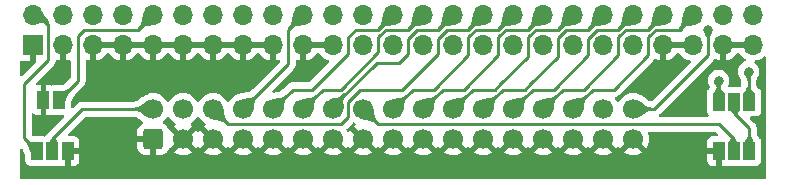
<source format=gbr>
%TF.GenerationSoftware,KiCad,Pcbnew,7.0.7*%
%TF.CreationDate,2023-09-16T00:08:42-05:00*%
%TF.ProjectId,50-to-34-pin-floppy-adapter,35302d74-6f2d-4333-942d-70696e2d666c,rev?*%
%TF.SameCoordinates,Original*%
%TF.FileFunction,Copper,L2,Bot*%
%TF.FilePolarity,Positive*%
%FSLAX46Y46*%
G04 Gerber Fmt 4.6, Leading zero omitted, Abs format (unit mm)*
G04 Created by KiCad (PCBNEW 7.0.7) date 2023-09-16 00:08:42*
%MOMM*%
%LPD*%
G01*
G04 APERTURE LIST*
G04 Aperture macros list*
%AMRoundRect*
0 Rectangle with rounded corners*
0 $1 Rounding radius*
0 $2 $3 $4 $5 $6 $7 $8 $9 X,Y pos of 4 corners*
0 Add a 4 corners polygon primitive as box body*
4,1,4,$2,$3,$4,$5,$6,$7,$8,$9,$2,$3,0*
0 Add four circle primitives for the rounded corners*
1,1,$1+$1,$2,$3*
1,1,$1+$1,$4,$5*
1,1,$1+$1,$6,$7*
1,1,$1+$1,$8,$9*
0 Add four rect primitives between the rounded corners*
20,1,$1+$1,$2,$3,$4,$5,0*
20,1,$1+$1,$4,$5,$6,$7,0*
20,1,$1+$1,$6,$7,$8,$9,0*
20,1,$1+$1,$8,$9,$2,$3,0*%
G04 Aperture macros list end*
%TA.AperFunction,ComponentPad*%
%ADD10RoundRect,0.250000X0.600000X-0.600000X0.600000X0.600000X-0.600000X0.600000X-0.600000X-0.600000X0*%
%TD*%
%TA.AperFunction,ComponentPad*%
%ADD11C,1.700000*%
%TD*%
%TA.AperFunction,SMDPad,CuDef*%
%ADD12R,1.000000X1.500000*%
%TD*%
%TA.AperFunction,ComponentPad*%
%ADD13R,1.700000X1.700000*%
%TD*%
%TA.AperFunction,ComponentPad*%
%ADD14O,1.700000X1.700000*%
%TD*%
%TA.AperFunction,ViaPad*%
%ADD15C,0.800000*%
%TD*%
%TA.AperFunction,Conductor*%
%ADD16C,0.250000*%
%TD*%
G04 APERTURE END LIST*
D10*
%TO.P,J2,1,Pin_1*%
%TO.N,GND*%
X146050000Y-71374000D03*
D11*
%TO.P,J2,2,Pin_2*%
%TO.N,Net-(J2-Pin_2)*%
X146050000Y-68834000D03*
%TO.P,J2,3,Pin_3*%
%TO.N,GND*%
X148590000Y-71374000D03*
%TO.P,J2,4,Pin_4*%
%TO.N,unconnected-(J2-Pin_4-Pad4)*%
X148590000Y-68834000D03*
%TO.P,J2,5,Pin_5*%
%TO.N,GND*%
X151130000Y-71374000D03*
%TO.P,J2,6,Pin_6*%
%TO.N,Net-(J1-Pin_32)*%
X151130000Y-68834000D03*
%TO.P,J2,7,Pin_7*%
%TO.N,GND*%
X153670000Y-71374000D03*
%TO.P,J2,8,Pin_8*%
%TO.N,Net-(J1-Pin_20)*%
X153670000Y-68834000D03*
%TO.P,J2,9,Pin_9*%
%TO.N,GND*%
X156210000Y-71374000D03*
%TO.P,J2,10,Pin_10*%
%TO.N,Net-(J1-Pin_26)*%
X156210000Y-68834000D03*
%TO.P,J2,11,Pin_11*%
%TO.N,GND*%
X158750000Y-71374000D03*
%TO.P,J2,12,Pin_12*%
%TO.N,Net-(J1-Pin_28)*%
X158750000Y-68834000D03*
%TO.P,J2,13,Pin_13*%
%TO.N,GND*%
X161290000Y-71374000D03*
%TO.P,J2,14,Pin_14*%
%TO.N,Net-(J1-Pin_30)*%
X161290000Y-68834000D03*
%TO.P,J2,15,Pin_15*%
%TO.N,GND*%
X163830000Y-71374000D03*
%TO.P,J2,16,Pin_16*%
%TO.N,Net-(J2-Pin_16)*%
X163830000Y-68834000D03*
%TO.P,J2,17,Pin_17*%
%TO.N,GND*%
X166370000Y-71374000D03*
%TO.P,J2,18,Pin_18*%
%TO.N,Net-(J1-Pin_34)*%
X166370000Y-68834000D03*
%TO.P,J2,19,Pin_19*%
%TO.N,GND*%
X168910000Y-71374000D03*
%TO.P,J2,20,Pin_20*%
%TO.N,Net-(J1-Pin_36)*%
X168910000Y-68834000D03*
%TO.P,J2,21,Pin_21*%
%TO.N,GND*%
X171450000Y-71374000D03*
%TO.P,J2,22,Pin_22*%
%TO.N,Net-(J1-Pin_38)*%
X171450000Y-68834000D03*
%TO.P,J2,23,Pin_23*%
%TO.N,GND*%
X173990000Y-71374000D03*
%TO.P,J2,24,Pin_24*%
%TO.N,Net-(J1-Pin_40)*%
X173990000Y-68834000D03*
%TO.P,J2,25,Pin_25*%
%TO.N,GND*%
X176530000Y-71374000D03*
%TO.P,J2,26,Pin_26*%
%TO.N,Net-(J1-Pin_42)*%
X176530000Y-68834000D03*
%TO.P,J2,27,Pin_27*%
%TO.N,GND*%
X179070000Y-71374000D03*
%TO.P,J2,28,Pin_28*%
%TO.N,Net-(J1-Pin_44)*%
X179070000Y-68834000D03*
%TO.P,J2,29,Pin_29*%
%TO.N,GND*%
X181610000Y-71374000D03*
%TO.P,J2,30,Pin_30*%
%TO.N,Net-(J1-Pin_46)*%
X181610000Y-68834000D03*
%TO.P,J2,31,Pin_31*%
%TO.N,GND*%
X184150000Y-71374000D03*
%TO.P,J2,32,Pin_32*%
%TO.N,Net-(J1-Pin_14)*%
X184150000Y-68834000D03*
%TO.P,J2,33,Pin_33*%
%TO.N,GND*%
X186690000Y-71374000D03*
%TO.P,J2,34,Pin_34*%
%TO.N,Net-(J1-Pin_22)*%
X186690000Y-68834000D03*
%TD*%
D12*
%TO.P,JP1,1,A*%
%TO.N,Net-(J1-Pin_10)*%
X138064000Y-68072000D03*
%TO.P,JP1,2,B*%
%TO.N,GND*%
X136764000Y-68072000D03*
%TD*%
%TO.P,JP4,1,A*%
%TO.N,Net-(JP3-C)*%
X196529000Y-72390000D03*
%TO.P,JP4,2,C*%
%TO.N,Net-(J2-Pin_16)*%
X195229000Y-72390000D03*
%TO.P,JP4,3,B*%
%TO.N,GND*%
X193929000Y-72390000D03*
%TD*%
%TO.P,JP3,1,A*%
%TO.N,Net-(J1-Pin_18)*%
X196529000Y-68199000D03*
%TO.P,JP3,2,C*%
%TO.N,Net-(JP3-C)*%
X195229000Y-68199000D03*
%TO.P,JP3,3,B*%
%TO.N,Net-(J1-Pin_16)*%
X193929000Y-68199000D03*
%TD*%
D13*
%TO.P,J1,1,Pin_1*%
%TO.N,GND*%
X135890000Y-63373000D03*
D14*
%TO.P,J1,2,Pin_2*%
%TO.N,Net-(J1-Pin_2)*%
X135890000Y-60833000D03*
%TO.P,J1,3,Pin_3*%
%TO.N,GND*%
X138430000Y-63373000D03*
%TO.P,J1,4,Pin_4*%
%TO.N,unconnected-(J1-Pin_4-Pad4)*%
X138430000Y-60833000D03*
%TO.P,J1,5,Pin_5*%
%TO.N,GND*%
X140970000Y-63373000D03*
%TO.P,J1,6,Pin_6*%
%TO.N,unconnected-(J1-Pin_6-Pad6)*%
X140970000Y-60833000D03*
%TO.P,J1,7,Pin_7*%
%TO.N,GND*%
X143510000Y-63373000D03*
%TO.P,J1,8,Pin_8*%
%TO.N,unconnected-(J1-Pin_8-Pad8)*%
X143510000Y-60833000D03*
%TO.P,J1,9,Pin_9*%
%TO.N,GND*%
X146050000Y-63373000D03*
%TO.P,J1,10,Pin_10*%
%TO.N,Net-(J1-Pin_10)*%
X146050000Y-60833000D03*
%TO.P,J1,11,Pin_11*%
%TO.N,GND*%
X148590000Y-63373000D03*
%TO.P,J1,12,Pin_12*%
%TO.N,unconnected-(J1-Pin_12-Pad12)*%
X148590000Y-60833000D03*
%TO.P,J1,13,Pin_13*%
%TO.N,GND*%
X151130000Y-63373000D03*
%TO.P,J1,14,Pin_14*%
%TO.N,Net-(J1-Pin_14)*%
X151130000Y-60833000D03*
%TO.P,J1,15,Pin_15*%
%TO.N,GND*%
X153670000Y-63373000D03*
%TO.P,J1,16,Pin_16*%
%TO.N,Net-(J1-Pin_16)*%
X153670000Y-60833000D03*
%TO.P,J1,17,Pin_17*%
%TO.N,GND*%
X156210000Y-63373000D03*
%TO.P,J1,18,Pin_18*%
%TO.N,Net-(J1-Pin_18)*%
X156210000Y-60833000D03*
%TO.P,J1,19,Pin_19*%
%TO.N,GND*%
X158750000Y-63373000D03*
%TO.P,J1,20,Pin_20*%
%TO.N,Net-(J1-Pin_20)*%
X158750000Y-60833000D03*
%TO.P,J1,21,Pin_21*%
%TO.N,GND*%
X161290000Y-63373000D03*
%TO.P,J1,22,Pin_22*%
%TO.N,Net-(J1-Pin_22)*%
X161290000Y-60833000D03*
%TO.P,J1,23,Pin_23*%
%TO.N,GND*%
X163830000Y-63373000D03*
%TO.P,J1,24,Pin_24*%
%TO.N,unconnected-(J1-Pin_24-Pad24)*%
X163830000Y-60833000D03*
%TO.P,J1,25,Pin_25*%
%TO.N,GND*%
X166370000Y-63373000D03*
%TO.P,J1,26,Pin_26*%
%TO.N,Net-(J1-Pin_26)*%
X166370000Y-60833000D03*
%TO.P,J1,27,Pin_27*%
%TO.N,GND*%
X168910000Y-63373000D03*
%TO.P,J1,28,Pin_28*%
%TO.N,Net-(J1-Pin_28)*%
X168910000Y-60833000D03*
%TO.P,J1,29,Pin_29*%
%TO.N,GND*%
X171450000Y-63373000D03*
%TO.P,J1,30,Pin_30*%
%TO.N,Net-(J1-Pin_30)*%
X171450000Y-60833000D03*
%TO.P,J1,31,Pin_31*%
%TO.N,GND*%
X173990000Y-63373000D03*
%TO.P,J1,32,Pin_32*%
%TO.N,Net-(J1-Pin_32)*%
X173990000Y-60833000D03*
%TO.P,J1,33,Pin_33*%
%TO.N,GND*%
X176530000Y-63373000D03*
%TO.P,J1,34,Pin_34*%
%TO.N,Net-(J1-Pin_34)*%
X176530000Y-60833000D03*
%TO.P,J1,35,Pin_35*%
%TO.N,GND*%
X179070000Y-63373000D03*
%TO.P,J1,36,Pin_36*%
%TO.N,Net-(J1-Pin_36)*%
X179070000Y-60833000D03*
%TO.P,J1,37,Pin_37*%
%TO.N,GND*%
X181610000Y-63373000D03*
%TO.P,J1,38,Pin_38*%
%TO.N,Net-(J1-Pin_38)*%
X181610000Y-60833000D03*
%TO.P,J1,39,Pin_39*%
%TO.N,GND*%
X184150000Y-63373000D03*
%TO.P,J1,40,Pin_40*%
%TO.N,Net-(J1-Pin_40)*%
X184150000Y-60833000D03*
%TO.P,J1,41,Pin_41*%
%TO.N,GND*%
X186690000Y-63373000D03*
%TO.P,J1,42,Pin_42*%
%TO.N,Net-(J1-Pin_42)*%
X186690000Y-60833000D03*
%TO.P,J1,43,Pin_43*%
%TO.N,GND*%
X189230000Y-63373000D03*
%TO.P,J1,44,Pin_44*%
%TO.N,Net-(J1-Pin_44)*%
X189230000Y-60833000D03*
%TO.P,J1,45,Pin_45*%
%TO.N,GND*%
X191770000Y-63373000D03*
%TO.P,J1,46,Pin_46*%
%TO.N,Net-(J1-Pin_46)*%
X191770000Y-60833000D03*
%TO.P,J1,47,Pin_47*%
%TO.N,GND*%
X194310000Y-63373000D03*
%TO.P,J1,48,Pin_48*%
%TO.N,unconnected-(J1-Pin_48-Pad48)*%
X194310000Y-60833000D03*
%TO.P,J1,49,Pin_49*%
%TO.N,GND*%
X196850000Y-63373000D03*
%TO.P,J1,50,Pin_50*%
%TO.N,unconnected-(J1-Pin_50-Pad50)*%
X196850000Y-60833000D03*
%TD*%
D12*
%TO.P,JP2,1,A*%
%TO.N,Net-(J1-Pin_2)*%
X136211000Y-72390000D03*
%TO.P,JP2,2,C*%
%TO.N,Net-(J2-Pin_2)*%
X137511000Y-72390000D03*
%TO.P,JP2,3,B*%
%TO.N,GND*%
X138811000Y-72390000D03*
%TD*%
D15*
%TO.N,Net-(J1-Pin_16)*%
X193929000Y-66421000D03*
%TO.N,Net-(J1-Pin_18)*%
X196469000Y-65659000D03*
%TO.N,Net-(J1-Pin_22)*%
X193040000Y-62103000D03*
%TD*%
D16*
%TO.N,Net-(J1-Pin_2)*%
X137160000Y-61722000D02*
X137160000Y-64706500D01*
X137160000Y-64706500D02*
X135128000Y-66738500D01*
X135128000Y-71307000D02*
X136211000Y-72390000D01*
X136271000Y-60833000D02*
X137160000Y-61722000D01*
X135128000Y-66738500D02*
X135128000Y-71307000D01*
X135890000Y-60833000D02*
X136271000Y-60833000D01*
%TO.N,Net-(J1-Pin_10)*%
X139700000Y-62611000D02*
X139700000Y-66436000D01*
X140208000Y-62103000D02*
X139700000Y-62611000D01*
X144780000Y-62103000D02*
X140208000Y-62103000D01*
X139700000Y-66436000D02*
X138064000Y-68072000D01*
X146050000Y-60833000D02*
X144780000Y-62103000D01*
%TO.N,Net-(J1-Pin_16)*%
X193929000Y-66421000D02*
X193929000Y-68199000D01*
%TO.N,Net-(J1-Pin_18)*%
X196469000Y-65659000D02*
X196469000Y-68139000D01*
X196469000Y-68139000D02*
X196529000Y-68199000D01*
%TO.N,Net-(J1-Pin_20)*%
X158750000Y-60833000D02*
X157480000Y-62103000D01*
X157480000Y-65024000D02*
X153670000Y-68834000D01*
X157480000Y-62103000D02*
X157480000Y-65024000D01*
%TO.N,Net-(J1-Pin_22)*%
X193040000Y-64262000D02*
X188468000Y-68834000D01*
X193040000Y-62103000D02*
X193040000Y-64262000D01*
X188468000Y-68834000D02*
X186690000Y-68834000D01*
%TO.N,Net-(J1-Pin_26)*%
X162560000Y-62738000D02*
X162560000Y-64135000D01*
X165100000Y-62103000D02*
X163195000Y-62103000D01*
X163195000Y-62103000D02*
X162560000Y-62738000D01*
X162560000Y-64135000D02*
X159512000Y-67183000D01*
X157861000Y-67183000D02*
X156210000Y-68834000D01*
X166370000Y-60833000D02*
X165100000Y-62103000D01*
X159512000Y-67183000D02*
X157861000Y-67183000D01*
%TO.N,Net-(J1-Pin_28)*%
X165286396Y-62553000D02*
X165285000Y-62553000D01*
X165285000Y-62553000D02*
X165100000Y-62738000D01*
X165100000Y-64008000D02*
X161925000Y-67183000D01*
X168910000Y-60833000D02*
X167640000Y-62103000D01*
X160401000Y-67183000D02*
X158750000Y-68834000D01*
X167640000Y-62103000D02*
X165736396Y-62103000D01*
X165100000Y-62738000D02*
X165100000Y-64008000D01*
X161925000Y-67183000D02*
X160401000Y-67183000D01*
X165736396Y-62103000D02*
X165286396Y-62553000D01*
%TO.N,Net-(J1-Pin_30)*%
X167640000Y-64135000D02*
X166878000Y-64897000D01*
X166878000Y-64897000D02*
X164973000Y-64897000D01*
X164973000Y-64897000D02*
X161290000Y-68580000D01*
X170180000Y-62103000D02*
X168402000Y-62103000D01*
X168402000Y-62103000D02*
X167640000Y-62865000D01*
X167640000Y-62865000D02*
X167640000Y-64135000D01*
X161290000Y-68580000D02*
X161290000Y-68834000D01*
X171450000Y-60833000D02*
X170180000Y-62103000D01*
%TO.N,Net-(J1-Pin_32)*%
X152400000Y-70104000D02*
X151130000Y-68834000D01*
X170942000Y-62103000D02*
X170180000Y-62865000D01*
X170180000Y-62865000D02*
X170180000Y-64135000D01*
X173990000Y-60833000D02*
X172720000Y-62103000D01*
X172720000Y-62103000D02*
X170942000Y-62103000D01*
X161925000Y-70104000D02*
X152400000Y-70104000D01*
X167132000Y-67183000D02*
X163576000Y-67183000D01*
X162560000Y-68199000D02*
X162560000Y-69469000D01*
X170180000Y-64135000D02*
X167132000Y-67183000D01*
X163576000Y-67183000D02*
X162560000Y-68199000D01*
X162560000Y-69469000D02*
X161925000Y-70104000D01*
%TO.N,Net-(J1-Pin_34)*%
X168021000Y-67183000D02*
X166370000Y-68834000D01*
X172906396Y-62553000D02*
X172905000Y-62553000D01*
X172720000Y-62738000D02*
X172720000Y-64262000D01*
X175260000Y-62103000D02*
X173356396Y-62103000D01*
X172905000Y-62553000D02*
X172720000Y-62738000D01*
X173356396Y-62103000D02*
X172906396Y-62553000D01*
X176530000Y-60833000D02*
X175260000Y-62103000D01*
X169799000Y-67183000D02*
X168021000Y-67183000D01*
X172720000Y-64262000D02*
X169799000Y-67183000D01*
%TO.N,Net-(J1-Pin_36)*%
X177800000Y-62103000D02*
X175896396Y-62103000D01*
X170561000Y-67183000D02*
X168910000Y-68834000D01*
X179070000Y-60833000D02*
X177800000Y-62103000D01*
X172339000Y-67183000D02*
X170561000Y-67183000D01*
X175260000Y-62738000D02*
X175260000Y-64262000D01*
X175260000Y-64262000D02*
X172339000Y-67183000D01*
X175446396Y-62553000D02*
X175445000Y-62553000D01*
X175445000Y-62553000D02*
X175260000Y-62738000D01*
X175896396Y-62103000D02*
X175446396Y-62553000D01*
%TO.N,Net-(J1-Pin_38)*%
X177800000Y-64389000D02*
X175456000Y-66733000D01*
X173101000Y-67183000D02*
X171450000Y-68834000D01*
X175456000Y-66733000D02*
X175454604Y-66733000D01*
X181610000Y-60833000D02*
X180340000Y-62103000D01*
X180340000Y-62103000D02*
X178436396Y-62103000D01*
X177800000Y-62738000D02*
X177800000Y-64389000D01*
X177985000Y-62553000D02*
X177800000Y-62738000D01*
X178436396Y-62103000D02*
X177986396Y-62553000D01*
X177986396Y-62553000D02*
X177985000Y-62553000D01*
X175004604Y-67183000D02*
X173101000Y-67183000D01*
X175454604Y-66733000D02*
X175004604Y-67183000D01*
%TO.N,Net-(J1-Pin_40)*%
X181033150Y-62103000D02*
X180340000Y-62796150D01*
X184150000Y-60833000D02*
X182880000Y-62103000D01*
X180340000Y-64389000D02*
X177996000Y-66733000D01*
X177994604Y-66733000D02*
X177544604Y-67183000D01*
X177996000Y-66733000D02*
X177994604Y-66733000D01*
X177544604Y-67183000D02*
X175641000Y-67183000D01*
X182880000Y-62103000D02*
X181033150Y-62103000D01*
X180340000Y-62796150D02*
X180340000Y-64389000D01*
X175641000Y-67183000D02*
X173990000Y-68834000D01*
%TO.N,Net-(J1-Pin_42)*%
X179959000Y-67183000D02*
X178181000Y-67183000D01*
X185420000Y-62103000D02*
X183642000Y-62103000D01*
X183642000Y-62103000D02*
X182880000Y-62865000D01*
X182880000Y-62865000D02*
X182880000Y-64262000D01*
X178181000Y-67183000D02*
X176530000Y-68834000D01*
X186690000Y-60833000D02*
X185420000Y-62103000D01*
X182880000Y-64262000D02*
X179959000Y-67183000D01*
%TO.N,Net-(J1-Pin_44)*%
X185605000Y-62553000D02*
X185420000Y-62738000D01*
X189230000Y-60833000D02*
X187960000Y-62103000D01*
X185606396Y-62553000D02*
X185605000Y-62553000D01*
X187960000Y-62103000D02*
X186056396Y-62103000D01*
X182499000Y-67183000D02*
X180721000Y-67183000D01*
X185420000Y-62738000D02*
X185420000Y-64262000D01*
X185420000Y-64262000D02*
X182499000Y-67183000D01*
X180721000Y-67183000D02*
X179070000Y-68834000D01*
X186056396Y-62103000D02*
X185606396Y-62553000D01*
%TO.N,Net-(J1-Pin_46)*%
X188596396Y-62103000D02*
X188146396Y-62553000D01*
X183261000Y-67183000D02*
X181610000Y-68834000D01*
X185039000Y-67183000D02*
X183261000Y-67183000D01*
X188146396Y-62553000D02*
X188145000Y-62553000D01*
X187960000Y-62738000D02*
X187960000Y-64262000D01*
X188145000Y-62553000D02*
X187960000Y-62738000D01*
X191770000Y-60960000D02*
X190627000Y-62103000D01*
X187960000Y-64262000D02*
X185039000Y-67183000D01*
X191770000Y-60833000D02*
X191770000Y-60960000D01*
X190627000Y-62103000D02*
X188596396Y-62103000D01*
%TO.N,Net-(J2-Pin_2)*%
X137511000Y-71390000D02*
X137511000Y-72390000D01*
X146050000Y-68834000D02*
X140067000Y-68834000D01*
X140067000Y-68834000D02*
X137511000Y-71390000D01*
%TO.N,Net-(J2-Pin_16)*%
X195229000Y-72390000D02*
X195229000Y-71390000D01*
X193943000Y-70104000D02*
X165100000Y-70104000D01*
X165100000Y-70104000D02*
X163830000Y-68834000D01*
X195229000Y-71390000D02*
X193943000Y-70104000D01*
%TO.N,Net-(JP3-C)*%
X196529000Y-70462604D02*
X196529000Y-72390000D01*
X195229000Y-68199000D02*
X195229000Y-69162604D01*
X195229000Y-69162604D02*
X196529000Y-70462604D01*
%TD*%
%TA.AperFunction,Conductor*%
%TO.N,GND*%
G36*
X197865834Y-64368868D02*
G01*
X197921767Y-64410740D01*
X197946184Y-64476204D01*
X197946500Y-64485050D01*
X197946500Y-74632500D01*
X197926815Y-74699539D01*
X197874011Y-74745294D01*
X197822500Y-74756500D01*
X134917500Y-74756500D01*
X134850461Y-74736815D01*
X134804706Y-74684011D01*
X134793500Y-74632500D01*
X134793500Y-72305161D01*
X134813185Y-72238122D01*
X134865989Y-72192367D01*
X134935147Y-72182423D01*
X134998703Y-72211448D01*
X135030385Y-72253850D01*
X135069874Y-72340725D01*
X135111275Y-72442345D01*
X135151299Y-72540587D01*
X135202828Y-72680186D01*
X135210500Y-72723125D01*
X135210500Y-73187870D01*
X135210501Y-73187876D01*
X135216908Y-73247483D01*
X135267202Y-73382328D01*
X135267206Y-73382335D01*
X135353452Y-73497544D01*
X135353455Y-73497547D01*
X135468664Y-73583793D01*
X135468671Y-73583797D01*
X135603517Y-73634091D01*
X135603516Y-73634091D01*
X135610444Y-73634835D01*
X135663127Y-73640500D01*
X136758872Y-73640499D01*
X136818483Y-73634091D01*
X136818485Y-73634090D01*
X136818487Y-73634090D01*
X136826031Y-73632308D01*
X136826377Y-73633775D01*
X136887342Y-73629408D01*
X136902378Y-73633822D01*
X136903513Y-73634089D01*
X136903517Y-73634091D01*
X136963127Y-73640500D01*
X138058872Y-73640499D01*
X138118483Y-73634091D01*
X138118489Y-73634088D01*
X138126025Y-73632308D01*
X138126321Y-73633561D01*
X138188063Y-73629142D01*
X138201655Y-73633132D01*
X138203627Y-73633598D01*
X138263155Y-73639999D01*
X138263172Y-73640000D01*
X138561000Y-73640000D01*
X138561000Y-72640000D01*
X139061000Y-72640000D01*
X139061000Y-73640000D01*
X139358828Y-73640000D01*
X139358844Y-73639999D01*
X139418372Y-73633598D01*
X139418379Y-73633596D01*
X139553086Y-73583354D01*
X139553093Y-73583350D01*
X139668187Y-73497190D01*
X139668190Y-73497187D01*
X139754350Y-73382093D01*
X139754354Y-73382086D01*
X139804596Y-73247379D01*
X139804598Y-73247372D01*
X139810999Y-73187844D01*
X139811000Y-73187827D01*
X139811000Y-72640000D01*
X139061000Y-72640000D01*
X138561000Y-72640000D01*
X138561000Y-72264000D01*
X138580685Y-72196961D01*
X138633489Y-72151206D01*
X138685000Y-72140000D01*
X139811000Y-72140000D01*
X139811000Y-71592172D01*
X139810999Y-71592155D01*
X139804598Y-71532627D01*
X139804596Y-71532620D01*
X139754354Y-71397913D01*
X139754350Y-71397906D01*
X139668190Y-71282812D01*
X139668187Y-71282809D01*
X139553093Y-71196649D01*
X139553086Y-71196645D01*
X139418379Y-71146403D01*
X139418372Y-71146401D01*
X139358844Y-71140000D01*
X138944951Y-71140000D01*
X138877912Y-71120315D01*
X138832157Y-71067511D01*
X138822213Y-70998353D01*
X138851238Y-70934797D01*
X138857270Y-70928319D01*
X138911515Y-70874075D01*
X140289771Y-69495819D01*
X140351095Y-69462334D01*
X140377453Y-69459500D01*
X144277191Y-69459500D01*
X144300454Y-69462457D01*
X144300576Y-69461797D01*
X144304922Y-69462594D01*
X144304927Y-69462594D01*
X144304929Y-69462595D01*
X144565402Y-69491359D01*
X144602172Y-69501306D01*
X144683759Y-69537584D01*
X144709890Y-69553308D01*
X144844863Y-69659146D01*
X145081725Y-69843541D01*
X145099544Y-69856214D01*
X145119622Y-69869226D01*
X145130864Y-69875837D01*
X145178675Y-69926785D01*
X145191352Y-69995495D01*
X145164869Y-70060151D01*
X145133108Y-70088265D01*
X144981659Y-70181680D01*
X144981655Y-70181683D01*
X144857684Y-70305654D01*
X144765643Y-70454875D01*
X144765641Y-70454880D01*
X144710494Y-70621302D01*
X144710493Y-70621309D01*
X144700000Y-70724013D01*
X144700000Y-71124000D01*
X145436653Y-71124000D01*
X145503692Y-71143685D01*
X145549447Y-71196489D01*
X145559391Y-71265647D01*
X145555631Y-71282933D01*
X145550000Y-71302111D01*
X145550000Y-71445888D01*
X145555631Y-71465067D01*
X145555630Y-71534936D01*
X145517855Y-71593714D01*
X145454299Y-71622738D01*
X145436653Y-71624000D01*
X144700001Y-71624000D01*
X144700001Y-72023986D01*
X144710494Y-72126697D01*
X144765641Y-72293119D01*
X144765643Y-72293124D01*
X144857684Y-72442345D01*
X144981654Y-72566315D01*
X145130875Y-72658356D01*
X145130880Y-72658358D01*
X145297302Y-72713505D01*
X145297309Y-72713506D01*
X145400019Y-72723999D01*
X145799999Y-72723999D01*
X145800000Y-72723998D01*
X145800000Y-71986301D01*
X145819685Y-71919262D01*
X145872489Y-71873507D01*
X145941647Y-71863563D01*
X146014237Y-71874000D01*
X146014238Y-71874000D01*
X146085762Y-71874000D01*
X146085763Y-71874000D01*
X146158353Y-71863563D01*
X146227512Y-71873507D01*
X146280315Y-71919262D01*
X146300000Y-71986301D01*
X146300000Y-72723999D01*
X146699972Y-72723999D01*
X146699986Y-72723998D01*
X146802697Y-72713505D01*
X146969119Y-72658358D01*
X146969124Y-72658356D01*
X147118345Y-72566315D01*
X147242315Y-72442345D01*
X147334356Y-72293124D01*
X147334359Y-72293117D01*
X147358281Y-72220924D01*
X147398053Y-72163479D01*
X147462568Y-72136655D01*
X147473911Y-72136535D01*
X147981050Y-71629395D01*
X148042373Y-71595910D01*
X148112064Y-71600894D01*
X148167998Y-71642765D01*
X148173039Y-71650025D01*
X148173048Y-71650039D01*
X148208239Y-71704798D01*
X148323602Y-71804759D01*
X148321293Y-71807422D01*
X148356006Y-71847499D01*
X148365935Y-71916660D01*
X148336898Y-71980210D01*
X148330882Y-71986669D01*
X147828625Y-72488925D01*
X147912421Y-72547599D01*
X148126507Y-72647429D01*
X148126516Y-72647433D01*
X148354673Y-72708567D01*
X148354684Y-72708569D01*
X148589998Y-72729157D01*
X148590002Y-72729157D01*
X148825315Y-72708569D01*
X148825326Y-72708567D01*
X149053483Y-72647433D01*
X149053492Y-72647429D01*
X149267578Y-72547600D01*
X149267582Y-72547598D01*
X149351373Y-72488926D01*
X149351373Y-72488925D01*
X148849116Y-71986669D01*
X148815631Y-71925346D01*
X148820615Y-71855655D01*
X148857640Y-71806193D01*
X148856398Y-71804759D01*
X148863100Y-71798952D01*
X148971761Y-71704798D01*
X149006954Y-71650037D01*
X149059755Y-71604283D01*
X149128914Y-71594339D01*
X149192470Y-71623363D01*
X149198949Y-71629396D01*
X149704925Y-72135373D01*
X149758425Y-72058968D01*
X149813002Y-72015344D01*
X149882501Y-72008151D01*
X149944855Y-72039673D01*
X149961576Y-72058969D01*
X150015073Y-72135372D01*
X150521050Y-71629395D01*
X150582373Y-71595910D01*
X150652064Y-71600894D01*
X150707998Y-71642765D01*
X150713039Y-71650025D01*
X150713048Y-71650039D01*
X150748239Y-71704798D01*
X150863602Y-71804759D01*
X150861293Y-71807422D01*
X150896006Y-71847499D01*
X150905935Y-71916660D01*
X150876898Y-71980210D01*
X150870882Y-71986669D01*
X150368625Y-72488925D01*
X150452421Y-72547599D01*
X150666507Y-72647429D01*
X150666516Y-72647433D01*
X150894673Y-72708567D01*
X150894684Y-72708569D01*
X151129998Y-72729157D01*
X151130002Y-72729157D01*
X151365315Y-72708569D01*
X151365326Y-72708567D01*
X151593483Y-72647433D01*
X151593492Y-72647429D01*
X151807578Y-72547600D01*
X151807582Y-72547598D01*
X151891373Y-72488926D01*
X151891373Y-72488925D01*
X151389116Y-71986669D01*
X151355631Y-71925346D01*
X151360615Y-71855655D01*
X151397640Y-71806193D01*
X151396398Y-71804759D01*
X151403100Y-71798952D01*
X151511761Y-71704798D01*
X151546954Y-71650037D01*
X151599755Y-71604283D01*
X151668914Y-71594339D01*
X151732470Y-71623363D01*
X151738949Y-71629396D01*
X152244925Y-72135373D01*
X152298425Y-72058968D01*
X152353002Y-72015344D01*
X152422501Y-72008151D01*
X152484855Y-72039673D01*
X152501576Y-72058969D01*
X152555073Y-72135372D01*
X153061050Y-71629395D01*
X153122373Y-71595910D01*
X153192064Y-71600894D01*
X153247998Y-71642765D01*
X153253039Y-71650025D01*
X153253048Y-71650039D01*
X153288239Y-71704798D01*
X153403602Y-71804759D01*
X153401293Y-71807422D01*
X153436006Y-71847499D01*
X153445935Y-71916660D01*
X153416898Y-71980210D01*
X153410882Y-71986669D01*
X152908625Y-72488925D01*
X152992421Y-72547599D01*
X153206507Y-72647429D01*
X153206516Y-72647433D01*
X153434673Y-72708567D01*
X153434684Y-72708569D01*
X153669998Y-72729157D01*
X153670002Y-72729157D01*
X153905315Y-72708569D01*
X153905326Y-72708567D01*
X154133483Y-72647433D01*
X154133492Y-72647429D01*
X154347578Y-72547600D01*
X154347582Y-72547598D01*
X154431373Y-72488926D01*
X154431373Y-72488925D01*
X153929116Y-71986669D01*
X153895631Y-71925346D01*
X153900615Y-71855655D01*
X153937640Y-71806193D01*
X153936398Y-71804759D01*
X153943100Y-71798952D01*
X154051761Y-71704798D01*
X154086954Y-71650037D01*
X154139755Y-71604283D01*
X154208914Y-71594339D01*
X154272470Y-71623363D01*
X154278949Y-71629396D01*
X154784925Y-72135373D01*
X154838425Y-72058968D01*
X154893002Y-72015344D01*
X154962501Y-72008151D01*
X155024855Y-72039673D01*
X155041576Y-72058969D01*
X155095073Y-72135372D01*
X155601050Y-71629395D01*
X155662373Y-71595910D01*
X155732064Y-71600894D01*
X155787998Y-71642765D01*
X155793039Y-71650025D01*
X155793048Y-71650039D01*
X155828239Y-71704798D01*
X155943602Y-71804759D01*
X155941293Y-71807422D01*
X155976006Y-71847499D01*
X155985935Y-71916660D01*
X155956898Y-71980210D01*
X155950882Y-71986669D01*
X155448625Y-72488925D01*
X155532421Y-72547599D01*
X155746507Y-72647429D01*
X155746516Y-72647433D01*
X155974673Y-72708567D01*
X155974684Y-72708569D01*
X156209998Y-72729157D01*
X156210002Y-72729157D01*
X156445315Y-72708569D01*
X156445326Y-72708567D01*
X156673483Y-72647433D01*
X156673492Y-72647429D01*
X156887578Y-72547600D01*
X156887582Y-72547598D01*
X156971373Y-72488926D01*
X156971373Y-72488925D01*
X156469116Y-71986669D01*
X156435631Y-71925346D01*
X156440615Y-71855655D01*
X156477640Y-71806193D01*
X156476398Y-71804759D01*
X156483100Y-71798952D01*
X156591761Y-71704798D01*
X156626954Y-71650037D01*
X156679755Y-71604283D01*
X156748914Y-71594339D01*
X156812470Y-71623363D01*
X156818949Y-71629396D01*
X157324925Y-72135373D01*
X157378425Y-72058968D01*
X157433002Y-72015344D01*
X157502501Y-72008151D01*
X157564855Y-72039673D01*
X157581576Y-72058969D01*
X157635073Y-72135372D01*
X158141050Y-71629395D01*
X158202373Y-71595910D01*
X158272064Y-71600894D01*
X158327998Y-71642765D01*
X158333039Y-71650025D01*
X158333048Y-71650039D01*
X158368239Y-71704798D01*
X158483602Y-71804759D01*
X158481293Y-71807422D01*
X158516006Y-71847499D01*
X158525935Y-71916660D01*
X158496898Y-71980210D01*
X158490882Y-71986669D01*
X157988625Y-72488925D01*
X158072421Y-72547599D01*
X158286507Y-72647429D01*
X158286516Y-72647433D01*
X158514673Y-72708567D01*
X158514684Y-72708569D01*
X158749998Y-72729157D01*
X158750002Y-72729157D01*
X158985315Y-72708569D01*
X158985326Y-72708567D01*
X159213483Y-72647433D01*
X159213492Y-72647429D01*
X159427578Y-72547600D01*
X159427582Y-72547598D01*
X159511373Y-72488926D01*
X159511373Y-72488925D01*
X159009116Y-71986669D01*
X158975631Y-71925346D01*
X158980615Y-71855655D01*
X159017640Y-71806193D01*
X159016398Y-71804759D01*
X159023100Y-71798952D01*
X159131761Y-71704798D01*
X159166954Y-71650037D01*
X159219755Y-71604283D01*
X159288914Y-71594339D01*
X159352470Y-71623363D01*
X159358949Y-71629396D01*
X159864925Y-72135373D01*
X159918425Y-72058968D01*
X159973002Y-72015344D01*
X160042501Y-72008151D01*
X160104855Y-72039673D01*
X160121576Y-72058969D01*
X160175073Y-72135372D01*
X160681050Y-71629395D01*
X160742373Y-71595910D01*
X160812064Y-71600894D01*
X160867998Y-71642765D01*
X160873039Y-71650025D01*
X160873048Y-71650039D01*
X160908239Y-71704798D01*
X161023602Y-71804759D01*
X161021293Y-71807422D01*
X161056006Y-71847499D01*
X161065935Y-71916660D01*
X161036898Y-71980210D01*
X161030882Y-71986669D01*
X160528625Y-72488925D01*
X160612421Y-72547599D01*
X160826507Y-72647429D01*
X160826516Y-72647433D01*
X161054673Y-72708567D01*
X161054684Y-72708569D01*
X161289998Y-72729157D01*
X161290002Y-72729157D01*
X161525315Y-72708569D01*
X161525326Y-72708567D01*
X161753483Y-72647433D01*
X161753492Y-72647429D01*
X161967578Y-72547600D01*
X161967582Y-72547598D01*
X162051373Y-72488926D01*
X162051373Y-72488925D01*
X161549116Y-71986669D01*
X161515631Y-71925346D01*
X161520615Y-71855655D01*
X161557640Y-71806193D01*
X161556398Y-71804759D01*
X161563100Y-71798952D01*
X161671761Y-71704798D01*
X161706954Y-71650037D01*
X161759755Y-71604283D01*
X161828914Y-71594339D01*
X161892470Y-71623363D01*
X161898949Y-71629396D01*
X162404925Y-72135373D01*
X162458425Y-72058968D01*
X162513002Y-72015344D01*
X162582501Y-72008151D01*
X162644855Y-72039673D01*
X162661576Y-72058969D01*
X162715073Y-72135372D01*
X163221050Y-71629395D01*
X163282373Y-71595910D01*
X163352064Y-71600894D01*
X163407998Y-71642765D01*
X163413039Y-71650025D01*
X163413048Y-71650039D01*
X163448239Y-71704798D01*
X163563602Y-71804759D01*
X163561293Y-71807422D01*
X163596006Y-71847499D01*
X163605935Y-71916660D01*
X163576898Y-71980210D01*
X163570882Y-71986669D01*
X163068625Y-72488925D01*
X163152421Y-72547599D01*
X163366507Y-72647429D01*
X163366516Y-72647433D01*
X163594673Y-72708567D01*
X163594684Y-72708569D01*
X163829998Y-72729157D01*
X163830002Y-72729157D01*
X164065315Y-72708569D01*
X164065326Y-72708567D01*
X164293483Y-72647433D01*
X164293492Y-72647429D01*
X164507578Y-72547600D01*
X164507582Y-72547598D01*
X164591373Y-72488926D01*
X164591373Y-72488925D01*
X164089116Y-71986669D01*
X164055631Y-71925346D01*
X164060615Y-71855655D01*
X164097640Y-71806193D01*
X164096398Y-71804759D01*
X164103100Y-71798952D01*
X164211761Y-71704798D01*
X164246954Y-71650037D01*
X164299755Y-71604283D01*
X164368914Y-71594339D01*
X164432470Y-71623363D01*
X164438949Y-71629396D01*
X164944925Y-72135373D01*
X164998425Y-72058968D01*
X165053002Y-72015344D01*
X165122501Y-72008151D01*
X165184855Y-72039673D01*
X165201576Y-72058969D01*
X165255073Y-72135372D01*
X165761050Y-71629395D01*
X165822373Y-71595910D01*
X165892064Y-71600894D01*
X165947998Y-71642765D01*
X165953039Y-71650025D01*
X165953048Y-71650039D01*
X165988239Y-71704798D01*
X166103602Y-71804759D01*
X166101293Y-71807422D01*
X166136006Y-71847499D01*
X166145935Y-71916660D01*
X166116898Y-71980210D01*
X166110882Y-71986669D01*
X165608625Y-72488925D01*
X165692421Y-72547599D01*
X165906507Y-72647429D01*
X165906516Y-72647433D01*
X166134673Y-72708567D01*
X166134684Y-72708569D01*
X166369998Y-72729157D01*
X166370002Y-72729157D01*
X166605315Y-72708569D01*
X166605326Y-72708567D01*
X166833483Y-72647433D01*
X166833492Y-72647429D01*
X167047578Y-72547600D01*
X167047582Y-72547598D01*
X167131373Y-72488926D01*
X167131373Y-72488925D01*
X166629116Y-71986669D01*
X166595631Y-71925346D01*
X166600615Y-71855655D01*
X166637640Y-71806193D01*
X166636398Y-71804759D01*
X166643100Y-71798952D01*
X166751761Y-71704798D01*
X166786954Y-71650037D01*
X166839755Y-71604283D01*
X166908914Y-71594339D01*
X166972470Y-71623363D01*
X166978949Y-71629396D01*
X167484925Y-72135373D01*
X167538425Y-72058968D01*
X167593002Y-72015344D01*
X167662501Y-72008151D01*
X167724855Y-72039673D01*
X167741576Y-72058969D01*
X167795073Y-72135372D01*
X168301050Y-71629395D01*
X168362373Y-71595910D01*
X168432064Y-71600894D01*
X168487998Y-71642765D01*
X168493039Y-71650025D01*
X168493048Y-71650039D01*
X168528239Y-71704798D01*
X168643602Y-71804759D01*
X168641293Y-71807422D01*
X168676006Y-71847499D01*
X168685935Y-71916660D01*
X168656898Y-71980210D01*
X168650882Y-71986669D01*
X168148625Y-72488925D01*
X168232421Y-72547599D01*
X168446507Y-72647429D01*
X168446516Y-72647433D01*
X168674673Y-72708567D01*
X168674684Y-72708569D01*
X168909998Y-72729157D01*
X168910002Y-72729157D01*
X169145315Y-72708569D01*
X169145326Y-72708567D01*
X169373483Y-72647433D01*
X169373492Y-72647429D01*
X169587578Y-72547600D01*
X169587582Y-72547598D01*
X169671373Y-72488926D01*
X169671373Y-72488925D01*
X169169116Y-71986669D01*
X169135631Y-71925346D01*
X169140615Y-71855655D01*
X169177640Y-71806193D01*
X169176398Y-71804759D01*
X169183100Y-71798952D01*
X169291761Y-71704798D01*
X169326954Y-71650037D01*
X169379755Y-71604283D01*
X169448914Y-71594339D01*
X169512470Y-71623363D01*
X169518949Y-71629396D01*
X170024925Y-72135373D01*
X170078425Y-72058968D01*
X170133002Y-72015344D01*
X170202501Y-72008151D01*
X170264855Y-72039673D01*
X170281576Y-72058969D01*
X170335073Y-72135372D01*
X170841050Y-71629395D01*
X170902373Y-71595910D01*
X170972064Y-71600894D01*
X171027998Y-71642765D01*
X171033039Y-71650025D01*
X171033048Y-71650039D01*
X171068239Y-71704798D01*
X171183602Y-71804759D01*
X171181293Y-71807422D01*
X171216006Y-71847499D01*
X171225935Y-71916660D01*
X171196898Y-71980210D01*
X171190882Y-71986669D01*
X170688625Y-72488925D01*
X170772421Y-72547599D01*
X170986507Y-72647429D01*
X170986516Y-72647433D01*
X171214673Y-72708567D01*
X171214684Y-72708569D01*
X171449998Y-72729157D01*
X171450002Y-72729157D01*
X171685315Y-72708569D01*
X171685326Y-72708567D01*
X171913483Y-72647433D01*
X171913492Y-72647429D01*
X172127578Y-72547600D01*
X172127582Y-72547598D01*
X172211373Y-72488926D01*
X172211373Y-72488925D01*
X171709116Y-71986669D01*
X171675631Y-71925346D01*
X171680615Y-71855655D01*
X171717640Y-71806193D01*
X171716398Y-71804759D01*
X171723100Y-71798952D01*
X171831761Y-71704798D01*
X171866954Y-71650037D01*
X171919755Y-71604283D01*
X171988914Y-71594339D01*
X172052470Y-71623363D01*
X172058949Y-71629396D01*
X172564925Y-72135373D01*
X172618425Y-72058968D01*
X172673002Y-72015344D01*
X172742501Y-72008151D01*
X172804855Y-72039673D01*
X172821576Y-72058969D01*
X172875073Y-72135372D01*
X173381050Y-71629395D01*
X173442373Y-71595910D01*
X173512064Y-71600894D01*
X173567998Y-71642765D01*
X173573039Y-71650025D01*
X173573048Y-71650039D01*
X173608239Y-71704798D01*
X173723602Y-71804759D01*
X173721293Y-71807422D01*
X173756006Y-71847499D01*
X173765935Y-71916660D01*
X173736898Y-71980210D01*
X173730882Y-71986669D01*
X173228625Y-72488925D01*
X173312421Y-72547599D01*
X173526507Y-72647429D01*
X173526516Y-72647433D01*
X173754673Y-72708567D01*
X173754684Y-72708569D01*
X173989998Y-72729157D01*
X173990002Y-72729157D01*
X174225315Y-72708569D01*
X174225326Y-72708567D01*
X174453483Y-72647433D01*
X174453492Y-72647429D01*
X174667578Y-72547600D01*
X174667582Y-72547598D01*
X174751373Y-72488926D01*
X174751373Y-72488925D01*
X174249116Y-71986669D01*
X174215631Y-71925346D01*
X174220615Y-71855655D01*
X174257640Y-71806193D01*
X174256398Y-71804759D01*
X174263100Y-71798952D01*
X174371761Y-71704798D01*
X174406954Y-71650037D01*
X174459755Y-71604283D01*
X174528914Y-71594339D01*
X174592470Y-71623363D01*
X174598949Y-71629396D01*
X175104925Y-72135373D01*
X175158425Y-72058968D01*
X175213002Y-72015344D01*
X175282501Y-72008151D01*
X175344855Y-72039673D01*
X175361576Y-72058969D01*
X175415073Y-72135372D01*
X175921050Y-71629395D01*
X175982373Y-71595910D01*
X176052064Y-71600894D01*
X176107998Y-71642765D01*
X176113039Y-71650025D01*
X176113048Y-71650039D01*
X176148239Y-71704798D01*
X176263602Y-71804759D01*
X176261293Y-71807422D01*
X176296006Y-71847499D01*
X176305935Y-71916660D01*
X176276898Y-71980210D01*
X176270882Y-71986669D01*
X175768625Y-72488925D01*
X175852421Y-72547599D01*
X176066507Y-72647429D01*
X176066516Y-72647433D01*
X176294673Y-72708567D01*
X176294684Y-72708569D01*
X176529998Y-72729157D01*
X176530002Y-72729157D01*
X176765315Y-72708569D01*
X176765326Y-72708567D01*
X176993483Y-72647433D01*
X176993492Y-72647429D01*
X177207578Y-72547600D01*
X177207582Y-72547598D01*
X177291373Y-72488926D01*
X177291373Y-72488925D01*
X176789116Y-71986669D01*
X176755631Y-71925346D01*
X176760615Y-71855655D01*
X176797640Y-71806193D01*
X176796398Y-71804759D01*
X176803100Y-71798952D01*
X176911761Y-71704798D01*
X176946954Y-71650037D01*
X176999755Y-71604283D01*
X177068914Y-71594339D01*
X177132470Y-71623363D01*
X177138949Y-71629396D01*
X177644925Y-72135373D01*
X177698425Y-72058968D01*
X177753002Y-72015344D01*
X177822501Y-72008151D01*
X177884855Y-72039673D01*
X177901576Y-72058969D01*
X177955073Y-72135372D01*
X178461050Y-71629395D01*
X178522373Y-71595910D01*
X178592064Y-71600894D01*
X178647998Y-71642765D01*
X178653039Y-71650025D01*
X178653048Y-71650039D01*
X178688239Y-71704798D01*
X178803602Y-71804759D01*
X178801293Y-71807422D01*
X178836006Y-71847499D01*
X178845935Y-71916660D01*
X178816898Y-71980210D01*
X178810882Y-71986669D01*
X178308625Y-72488925D01*
X178392421Y-72547599D01*
X178606507Y-72647429D01*
X178606516Y-72647433D01*
X178834673Y-72708567D01*
X178834684Y-72708569D01*
X179069998Y-72729157D01*
X179070002Y-72729157D01*
X179305315Y-72708569D01*
X179305326Y-72708567D01*
X179533483Y-72647433D01*
X179533492Y-72647429D01*
X179747578Y-72547600D01*
X179747582Y-72547598D01*
X179831373Y-72488926D01*
X179831373Y-72488925D01*
X179329116Y-71986669D01*
X179295631Y-71925346D01*
X179300615Y-71855655D01*
X179337640Y-71806193D01*
X179336398Y-71804759D01*
X179343100Y-71798952D01*
X179451761Y-71704798D01*
X179486954Y-71650037D01*
X179539755Y-71604283D01*
X179608914Y-71594339D01*
X179672470Y-71623363D01*
X179678949Y-71629396D01*
X180184925Y-72135373D01*
X180238425Y-72058968D01*
X180293002Y-72015344D01*
X180362501Y-72008151D01*
X180424855Y-72039673D01*
X180441576Y-72058969D01*
X180495073Y-72135372D01*
X181001050Y-71629395D01*
X181062373Y-71595910D01*
X181132064Y-71600894D01*
X181187998Y-71642765D01*
X181193039Y-71650025D01*
X181193048Y-71650039D01*
X181228239Y-71704798D01*
X181343602Y-71804759D01*
X181341293Y-71807422D01*
X181376006Y-71847499D01*
X181385935Y-71916660D01*
X181356898Y-71980210D01*
X181350882Y-71986669D01*
X180848625Y-72488925D01*
X180932421Y-72547599D01*
X181146507Y-72647429D01*
X181146516Y-72647433D01*
X181374673Y-72708567D01*
X181374684Y-72708569D01*
X181609998Y-72729157D01*
X181610002Y-72729157D01*
X181845315Y-72708569D01*
X181845326Y-72708567D01*
X182073483Y-72647433D01*
X182073492Y-72647429D01*
X182287578Y-72547600D01*
X182287582Y-72547598D01*
X182371373Y-72488926D01*
X182371373Y-72488925D01*
X181869116Y-71986669D01*
X181835631Y-71925346D01*
X181840615Y-71855655D01*
X181877640Y-71806193D01*
X181876398Y-71804759D01*
X181883100Y-71798952D01*
X181991761Y-71704798D01*
X182026954Y-71650037D01*
X182079755Y-71604283D01*
X182148914Y-71594339D01*
X182212470Y-71623363D01*
X182218949Y-71629396D01*
X182724925Y-72135373D01*
X182778425Y-72058968D01*
X182833002Y-72015344D01*
X182902501Y-72008151D01*
X182964855Y-72039673D01*
X182981576Y-72058969D01*
X183035073Y-72135372D01*
X183541050Y-71629395D01*
X183602373Y-71595910D01*
X183672064Y-71600894D01*
X183727998Y-71642765D01*
X183733039Y-71650025D01*
X183733048Y-71650039D01*
X183768239Y-71704798D01*
X183883602Y-71804759D01*
X183881293Y-71807422D01*
X183916006Y-71847499D01*
X183925935Y-71916660D01*
X183896898Y-71980210D01*
X183890882Y-71986669D01*
X183388625Y-72488925D01*
X183472421Y-72547599D01*
X183686507Y-72647429D01*
X183686516Y-72647433D01*
X183914673Y-72708567D01*
X183914684Y-72708569D01*
X184149998Y-72729157D01*
X184150002Y-72729157D01*
X184385315Y-72708569D01*
X184385326Y-72708567D01*
X184613483Y-72647433D01*
X184613492Y-72647429D01*
X184827578Y-72547600D01*
X184827582Y-72547598D01*
X184911373Y-72488926D01*
X184911373Y-72488925D01*
X184409116Y-71986669D01*
X184375631Y-71925346D01*
X184380615Y-71855655D01*
X184417640Y-71806193D01*
X184416398Y-71804759D01*
X184423100Y-71798952D01*
X184531761Y-71704798D01*
X184566954Y-71650037D01*
X184619755Y-71604283D01*
X184688914Y-71594339D01*
X184752470Y-71623363D01*
X184758949Y-71629396D01*
X185264925Y-72135373D01*
X185318425Y-72058968D01*
X185373002Y-72015344D01*
X185442501Y-72008151D01*
X185504855Y-72039673D01*
X185521576Y-72058969D01*
X185575073Y-72135372D01*
X186081050Y-71629395D01*
X186142373Y-71595910D01*
X186212064Y-71600894D01*
X186267998Y-71642765D01*
X186273039Y-71650025D01*
X186273048Y-71650039D01*
X186308239Y-71704798D01*
X186423602Y-71804759D01*
X186421293Y-71807422D01*
X186456006Y-71847499D01*
X186465935Y-71916660D01*
X186436898Y-71980210D01*
X186430882Y-71986669D01*
X185928625Y-72488925D01*
X186012421Y-72547599D01*
X186226507Y-72647429D01*
X186226516Y-72647433D01*
X186454673Y-72708567D01*
X186454684Y-72708569D01*
X186689998Y-72729157D01*
X186690002Y-72729157D01*
X186925315Y-72708569D01*
X186925326Y-72708567D01*
X187153483Y-72647433D01*
X187153492Y-72647429D01*
X187169424Y-72640000D01*
X192929000Y-72640000D01*
X192929000Y-73187844D01*
X192935401Y-73247372D01*
X192935403Y-73247379D01*
X192985645Y-73382086D01*
X192985649Y-73382093D01*
X193071809Y-73497187D01*
X193071812Y-73497190D01*
X193186906Y-73583350D01*
X193186913Y-73583354D01*
X193321620Y-73633596D01*
X193321627Y-73633598D01*
X193381155Y-73639999D01*
X193381172Y-73640000D01*
X193679000Y-73640000D01*
X193679000Y-72640000D01*
X192929000Y-72640000D01*
X187169424Y-72640000D01*
X187367578Y-72547600D01*
X187367582Y-72547598D01*
X187451373Y-72488926D01*
X187451373Y-72488925D01*
X186949116Y-71986669D01*
X186915631Y-71925346D01*
X186920615Y-71855655D01*
X186957640Y-71806193D01*
X186956398Y-71804759D01*
X186963100Y-71798952D01*
X187071761Y-71704798D01*
X187106954Y-71650037D01*
X187159755Y-71604283D01*
X187228914Y-71594339D01*
X187292470Y-71623363D01*
X187298949Y-71629396D01*
X187804926Y-72135373D01*
X187863598Y-72051582D01*
X187863600Y-72051578D01*
X187963429Y-71837492D01*
X187963433Y-71837483D01*
X188024567Y-71609326D01*
X188024569Y-71609315D01*
X188045157Y-71374001D01*
X188045157Y-71373998D01*
X188024569Y-71138684D01*
X188024567Y-71138673D01*
X187963433Y-70910516D01*
X187963428Y-70910502D01*
X187961284Y-70905904D01*
X187950792Y-70836827D01*
X187979312Y-70773043D01*
X188037789Y-70734804D01*
X188073666Y-70729500D01*
X193632548Y-70729500D01*
X193699587Y-70749185D01*
X193720229Y-70765819D01*
X193882729Y-70928319D01*
X193916214Y-70989642D01*
X193911230Y-71059334D01*
X193869358Y-71115267D01*
X193803894Y-71139684D01*
X193795048Y-71140000D01*
X193381155Y-71140000D01*
X193321627Y-71146401D01*
X193321620Y-71146403D01*
X193186913Y-71196645D01*
X193186906Y-71196649D01*
X193071812Y-71282809D01*
X193071809Y-71282812D01*
X192985649Y-71397906D01*
X192985645Y-71397913D01*
X192935403Y-71532620D01*
X192935401Y-71532627D01*
X192929000Y-71592155D01*
X192929000Y-72140000D01*
X194055000Y-72140000D01*
X194122039Y-72159685D01*
X194167794Y-72212489D01*
X194179000Y-72264000D01*
X194179000Y-73640000D01*
X194476828Y-73640000D01*
X194476844Y-73639999D01*
X194536375Y-73633598D01*
X194543926Y-73631814D01*
X194544315Y-73633462D01*
X194604624Y-73629140D01*
X194621387Y-73634060D01*
X194621512Y-73634089D01*
X194621517Y-73634091D01*
X194681127Y-73640500D01*
X195776872Y-73640499D01*
X195836483Y-73634091D01*
X195836485Y-73634090D01*
X195836487Y-73634090D01*
X195844031Y-73632308D01*
X195844377Y-73633775D01*
X195905342Y-73629408D01*
X195920378Y-73633822D01*
X195921513Y-73634089D01*
X195921517Y-73634091D01*
X195981127Y-73640500D01*
X197076872Y-73640499D01*
X197136483Y-73634091D01*
X197271331Y-73583796D01*
X197386546Y-73497546D01*
X197472796Y-73382331D01*
X197523091Y-73247483D01*
X197529500Y-73187873D01*
X197529499Y-71592128D01*
X197523091Y-71532517D01*
X197493828Y-71454060D01*
X197472797Y-71397672D01*
X197472797Y-71397671D01*
X197456196Y-71375495D01*
X197451929Y-71369794D01*
X197448290Y-71364357D01*
X197440841Y-71351842D01*
X197439412Y-71350255D01*
X197428802Y-71338476D01*
X197425245Y-71334150D01*
X197386546Y-71282454D01*
X197386547Y-71282454D01*
X197386545Y-71282452D01*
X197371041Y-71270846D01*
X197353228Y-71254580D01*
X197344543Y-71244939D01*
X197344541Y-71244937D01*
X197344538Y-71244934D01*
X197319357Y-71223950D01*
X197306137Y-71212933D01*
X197300269Y-71207356D01*
X197270073Y-71174644D01*
X197266039Y-71169800D01*
X197222051Y-71111152D01*
X197219236Y-71107066D01*
X197173659Y-71034900D01*
X197154500Y-70968686D01*
X197154500Y-70761330D01*
X197154500Y-70545336D01*
X197156225Y-70529726D01*
X197155939Y-70529699D01*
X197156673Y-70521937D01*
X197154500Y-70452776D01*
X197154500Y-70423260D01*
X197154500Y-70423254D01*
X197153631Y-70416383D01*
X197153173Y-70410556D01*
X197151710Y-70363977D01*
X197146119Y-70344734D01*
X197142173Y-70325682D01*
X197139664Y-70305812D01*
X197122504Y-70262471D01*
X197120624Y-70256983D01*
X197107618Y-70212214D01*
X197097422Y-70194974D01*
X197088861Y-70177498D01*
X197081487Y-70158874D01*
X197081486Y-70158872D01*
X197054079Y-70121149D01*
X197050888Y-70116290D01*
X197027172Y-70076187D01*
X197027165Y-70076178D01*
X197013006Y-70062019D01*
X197000368Y-70047223D01*
X197000162Y-70046939D01*
X196988594Y-70031017D01*
X196960813Y-70008035D01*
X196952688Y-70001313D01*
X196948376Y-69997390D01*
X196612167Y-69661180D01*
X196578682Y-69599857D01*
X196583666Y-69530165D01*
X196625538Y-69474232D01*
X196691002Y-69449815D01*
X196699848Y-69449499D01*
X197076871Y-69449499D01*
X197076872Y-69449499D01*
X197136483Y-69443091D01*
X197271331Y-69392796D01*
X197386546Y-69306546D01*
X197472796Y-69191331D01*
X197523091Y-69056483D01*
X197529500Y-68996873D01*
X197529499Y-67401128D01*
X197523091Y-67341517D01*
X197506800Y-67297839D01*
X197472797Y-67206671D01*
X197472793Y-67206664D01*
X197386547Y-67091455D01*
X197386544Y-67091452D01*
X197271335Y-67005206D01*
X197271332Y-67005205D01*
X197271331Y-67005204D01*
X197258762Y-67000516D01*
X197205233Y-66961749D01*
X197163547Y-66909584D01*
X197160485Y-66905405D01*
X197115503Y-66838307D01*
X197094523Y-66771661D01*
X197094500Y-66769259D01*
X197094500Y-66648689D01*
X197094500Y-66519446D01*
X197097431Y-66492652D01*
X197098890Y-66486062D01*
X197098892Y-66486052D01*
X197104977Y-66405056D01*
X197120316Y-66353979D01*
X197121254Y-66352297D01*
X197131791Y-66333391D01*
X197146543Y-66309309D01*
X197196434Y-66227861D01*
X197202623Y-66217178D01*
X197208775Y-66205941D01*
X197210713Y-66202186D01*
X197214346Y-66195151D01*
X197290889Y-66037788D01*
X197292390Y-66034459D01*
X197295202Y-66028975D01*
X197296179Y-66027284D01*
X197301784Y-66010033D01*
X197318096Y-65966157D01*
X197318257Y-65965055D01*
X197323018Y-65944680D01*
X197354674Y-65847256D01*
X197374460Y-65659000D01*
X197354674Y-65470744D01*
X197296179Y-65290716D01*
X197201533Y-65126784D01*
X197074871Y-64986112D01*
X197009466Y-64938593D01*
X197002129Y-64933262D01*
X196959463Y-64877932D01*
X196953484Y-64808319D01*
X196986089Y-64746524D01*
X197046928Y-64712167D01*
X197064207Y-64709416D01*
X197085316Y-64707569D01*
X197085326Y-64707567D01*
X197313483Y-64646433D01*
X197313492Y-64646429D01*
X197527578Y-64546600D01*
X197721082Y-64411105D01*
X197734819Y-64397369D01*
X197796142Y-64363884D01*
X197865834Y-64368868D01*
G37*
%TD.AperFunction*%
%TA.AperFunction,Conductor*%
G36*
X147404855Y-69500546D02*
G01*
X147421575Y-69519842D01*
X147549209Y-69702123D01*
X147551505Y-69705401D01*
X147718599Y-69872495D01*
X147894261Y-69995495D01*
X147904594Y-70002730D01*
X147948218Y-70057307D01*
X147955411Y-70126806D01*
X147923889Y-70189160D01*
X147904593Y-70205880D01*
X147828626Y-70259072D01*
X147828625Y-70259072D01*
X148330883Y-70761330D01*
X148364368Y-70822653D01*
X148359384Y-70892345D01*
X148322357Y-70941805D01*
X148323602Y-70943241D01*
X148208238Y-71043202D01*
X148173046Y-71097962D01*
X148120242Y-71143717D01*
X148051083Y-71153660D01*
X147987528Y-71124634D01*
X147981050Y-71118603D01*
X147470840Y-70608393D01*
X147418294Y-70597833D01*
X147368111Y-70549218D01*
X147358281Y-70527075D01*
X147334359Y-70454882D01*
X147334356Y-70454875D01*
X147242315Y-70305654D01*
X147118345Y-70181684D01*
X146969124Y-70089643D01*
X146969117Y-70089640D01*
X146960283Y-70086713D01*
X146902839Y-70046939D01*
X146876018Y-69982422D01*
X146888335Y-69913647D01*
X146917682Y-69876432D01*
X146917573Y-69876323D01*
X146918495Y-69875400D01*
X146919588Y-69874015D01*
X146921385Y-69872505D01*
X146921401Y-69872495D01*
X147088495Y-69705401D01*
X147218424Y-69519842D01*
X147273002Y-69476217D01*
X147342500Y-69469023D01*
X147404855Y-69500546D01*
G37*
%TD.AperFunction*%
%TA.AperFunction,Conductor*%
G36*
X149944855Y-69500546D02*
G01*
X149961575Y-69519842D01*
X150089209Y-69702123D01*
X150091505Y-69705401D01*
X150258599Y-69872495D01*
X150434261Y-69995495D01*
X150444594Y-70002730D01*
X150488218Y-70057307D01*
X150495411Y-70126806D01*
X150463889Y-70189160D01*
X150444593Y-70205880D01*
X150368626Y-70259072D01*
X150368625Y-70259072D01*
X150870883Y-70761330D01*
X150904368Y-70822653D01*
X150899384Y-70892345D01*
X150862357Y-70941805D01*
X150863602Y-70943241D01*
X150748238Y-71043202D01*
X150713046Y-71097962D01*
X150660242Y-71143717D01*
X150591083Y-71153660D01*
X150527528Y-71124634D01*
X150521050Y-71118603D01*
X150015072Y-70612625D01*
X150015072Y-70612626D01*
X149961574Y-70689030D01*
X149906998Y-70732655D01*
X149837499Y-70739849D01*
X149775144Y-70708326D01*
X149758424Y-70689030D01*
X149704925Y-70612626D01*
X149704925Y-70612625D01*
X149198949Y-71118602D01*
X149137626Y-71152087D01*
X149067934Y-71147103D01*
X149012001Y-71105231D01*
X149006953Y-71097961D01*
X148971761Y-71043202D01*
X148920002Y-70998353D01*
X148863100Y-70949048D01*
X148863099Y-70949047D01*
X148856398Y-70943241D01*
X148858708Y-70940574D01*
X148824005Y-70900528D01*
X148814058Y-70831370D01*
X148843080Y-70767813D01*
X148849116Y-70761330D01*
X149351373Y-70259073D01*
X149351373Y-70259072D01*
X149275405Y-70205880D01*
X149231780Y-70151304D01*
X149224586Y-70081805D01*
X149256108Y-70019451D01*
X149275399Y-70002734D01*
X149461401Y-69872495D01*
X149628495Y-69705401D01*
X149758424Y-69519842D01*
X149813002Y-69476217D01*
X149882500Y-69469023D01*
X149944855Y-69500546D01*
G37*
%TD.AperFunction*%
%TA.AperFunction,Conductor*%
G36*
X163064561Y-69951541D02*
G01*
X163092347Y-69966146D01*
X163130849Y-69993106D01*
X163144595Y-70002731D01*
X163188219Y-70057309D01*
X163195411Y-70126807D01*
X163163888Y-70189161D01*
X163144593Y-70205880D01*
X163068626Y-70259072D01*
X163068625Y-70259072D01*
X163570883Y-70761330D01*
X163604368Y-70822653D01*
X163599384Y-70892345D01*
X163562357Y-70941805D01*
X163563602Y-70943241D01*
X163448238Y-71043202D01*
X163413046Y-71097962D01*
X163360242Y-71143717D01*
X163291083Y-71153660D01*
X163227528Y-71124634D01*
X163221050Y-71118603D01*
X162715072Y-70612625D01*
X162715072Y-70612626D01*
X162661574Y-70689030D01*
X162606998Y-70732655D01*
X162537499Y-70739849D01*
X162475144Y-70708326D01*
X162458424Y-70689030D01*
X162421789Y-70636709D01*
X162399462Y-70570502D01*
X162416473Y-70502735D01*
X162435679Y-70477909D01*
X162933548Y-69980040D01*
X162994869Y-69946557D01*
X163064561Y-69951541D01*
G37*
%TD.AperFunction*%
%TA.AperFunction,Conductor*%
G36*
X138607512Y-63872507D02*
G01*
X138660315Y-63918262D01*
X138680000Y-63985301D01*
X138680000Y-64703633D01*
X138893483Y-64646433D01*
X138893486Y-64646432D01*
X138898086Y-64644287D01*
X138967163Y-64633790D01*
X139030949Y-64662304D01*
X139069193Y-64720778D01*
X139074500Y-64756665D01*
X139074500Y-66125546D01*
X139054815Y-66192585D01*
X139038181Y-66213227D01*
X138547208Y-66704199D01*
X138521430Y-66723961D01*
X138462952Y-66757653D01*
X138456048Y-66761079D01*
X138380467Y-66792895D01*
X138372326Y-66795676D01*
X138311575Y-66811820D01*
X138293350Y-66815229D01*
X138244314Y-66820649D01*
X138225160Y-66821277D01*
X138140981Y-66817518D01*
X138140976Y-66817518D01*
X138090263Y-66817799D01*
X138090252Y-66817800D01*
X138083974Y-66819064D01*
X138059517Y-66821500D01*
X137516129Y-66821500D01*
X137516123Y-66821501D01*
X137456515Y-66827909D01*
X137448971Y-66829692D01*
X137448675Y-66828439D01*
X137386926Y-66832855D01*
X137373357Y-66828870D01*
X137371372Y-66828401D01*
X137311844Y-66822000D01*
X137014000Y-66822000D01*
X137014000Y-69322000D01*
X137311828Y-69322000D01*
X137311844Y-69321999D01*
X137371375Y-69315598D01*
X137378926Y-69313814D01*
X137379315Y-69315462D01*
X137439624Y-69311140D01*
X137456387Y-69316060D01*
X137456512Y-69316089D01*
X137456517Y-69316091D01*
X137516127Y-69322500D01*
X138394547Y-69322499D01*
X138461586Y-69342183D01*
X138507341Y-69394987D01*
X138517285Y-69464146D01*
X138488260Y-69527702D01*
X138482228Y-69534180D01*
X137271448Y-70744959D01*
X137265848Y-70750120D01*
X137263419Y-70752846D01*
X137260985Y-70755422D01*
X137127208Y-70889199D01*
X137114951Y-70899020D01*
X137115134Y-70899241D01*
X137109123Y-70904213D01*
X137061772Y-70954636D01*
X137040889Y-70975519D01*
X137040877Y-70975532D01*
X137036621Y-70981017D01*
X137032837Y-70985447D01*
X137000937Y-71019418D01*
X137000936Y-71019420D01*
X136991284Y-71036976D01*
X136980610Y-71053226D01*
X136968329Y-71069061D01*
X136968322Y-71069071D01*
X136965497Y-71075600D01*
X136920802Y-71129304D01*
X136854167Y-71150318D01*
X136823190Y-71147021D01*
X136818481Y-71145908D01*
X136758883Y-71139501D01*
X136758881Y-71139500D01*
X136758873Y-71139500D01*
X136758865Y-71139500D01*
X136177492Y-71139500D01*
X136171413Y-71139201D01*
X136134019Y-71135519D01*
X136134016Y-71135519D01*
X136134015Y-71135519D01*
X136049850Y-71139277D01*
X136030700Y-71138650D01*
X136018283Y-71137277D01*
X135981644Y-71133227D01*
X135963423Y-71129819D01*
X135902668Y-71113674D01*
X135894526Y-71110894D01*
X135890423Y-71109167D01*
X135829391Y-71083475D01*
X135775240Y-71039322D01*
X135753556Y-70972903D01*
X135753500Y-70969188D01*
X135753500Y-69312142D01*
X135773185Y-69245103D01*
X135825989Y-69199348D01*
X135895147Y-69189404D01*
X135951812Y-69212876D01*
X136021910Y-69265352D01*
X136021913Y-69265354D01*
X136156620Y-69315596D01*
X136156627Y-69315598D01*
X136216155Y-69321999D01*
X136216172Y-69322000D01*
X136514000Y-69322000D01*
X136514000Y-66822000D01*
X136228452Y-66822000D01*
X136161413Y-66802315D01*
X136115658Y-66749511D01*
X136105714Y-66680353D01*
X136134739Y-66616797D01*
X136140771Y-66610319D01*
X136806424Y-65944666D01*
X137543788Y-65207301D01*
X137556042Y-65197486D01*
X137555859Y-65197264D01*
X137561866Y-65192292D01*
X137561877Y-65192286D01*
X137600664Y-65150982D01*
X137609227Y-65141864D01*
X137619671Y-65131418D01*
X137630120Y-65120971D01*
X137634379Y-65115478D01*
X137638152Y-65111061D01*
X137670062Y-65077082D01*
X137679715Y-65059520D01*
X137690389Y-65043270D01*
X137702673Y-65027436D01*
X137721180Y-64984667D01*
X137723749Y-64979424D01*
X137746196Y-64938593D01*
X137746197Y-64938592D01*
X137751177Y-64919191D01*
X137757478Y-64900788D01*
X137765438Y-64882396D01*
X137772730Y-64836349D01*
X137773911Y-64830652D01*
X137785500Y-64785519D01*
X137785500Y-64765482D01*
X137787026Y-64746092D01*
X137788326Y-64737881D01*
X137818251Y-64674745D01*
X137877561Y-64637810D01*
X137947423Y-64638804D01*
X137963206Y-64644891D01*
X137966502Y-64646428D01*
X137966516Y-64646433D01*
X138180000Y-64703634D01*
X138180000Y-63985301D01*
X138199685Y-63918262D01*
X138252489Y-63872507D01*
X138321647Y-63862563D01*
X138394237Y-63873000D01*
X138394238Y-63873000D01*
X138465762Y-63873000D01*
X138465763Y-63873000D01*
X138538353Y-63862563D01*
X138607512Y-63872507D01*
G37*
%TD.AperFunction*%
%TA.AperFunction,Conductor*%
G36*
X194487512Y-63872507D02*
G01*
X194540315Y-63918262D01*
X194560000Y-63985301D01*
X194560000Y-64703633D01*
X194773483Y-64646433D01*
X194773492Y-64646429D01*
X194987578Y-64546600D01*
X195181082Y-64411105D01*
X195348105Y-64244082D01*
X195478425Y-64057968D01*
X195533002Y-64014344D01*
X195602501Y-64007151D01*
X195664855Y-64038673D01*
X195681575Y-64057968D01*
X195811894Y-64244082D01*
X195978917Y-64411105D01*
X196172422Y-64546600D01*
X196172424Y-64546601D01*
X196211910Y-64565014D01*
X196264350Y-64611186D01*
X196283502Y-64678379D01*
X196263287Y-64745261D01*
X196210121Y-64790595D01*
X196195242Y-64795445D01*
X196195374Y-64795849D01*
X196189192Y-64797857D01*
X196016270Y-64874848D01*
X196016265Y-64874851D01*
X195863129Y-64986111D01*
X195736466Y-65126785D01*
X195641821Y-65290715D01*
X195641818Y-65290722D01*
X195585054Y-65465426D01*
X195583326Y-65470744D01*
X195563540Y-65659000D01*
X195583326Y-65847256D01*
X195583327Y-65847259D01*
X195641820Y-66027281D01*
X195641824Y-66027290D01*
X195642767Y-66028924D01*
X195648325Y-66040357D01*
X195648353Y-66040344D01*
X195723649Y-66195149D01*
X195729221Y-66205938D01*
X195729223Y-66205941D01*
X195735373Y-66217178D01*
X195741563Y-66227861D01*
X195806209Y-66333394D01*
X195817683Y-66353982D01*
X195833020Y-66405052D01*
X195833348Y-66409415D01*
X195839109Y-66486061D01*
X195839836Y-66492652D01*
X195843126Y-66522496D01*
X195843500Y-66529295D01*
X195843500Y-66799023D01*
X195831930Y-66851325D01*
X195829361Y-66856848D01*
X195827811Y-66859950D01*
X195815474Y-66883005D01*
X195766488Y-66932826D01*
X195706143Y-66948500D01*
X194875117Y-66948500D01*
X194808078Y-66928815D01*
X194762323Y-66876011D01*
X194752379Y-66806853D01*
X194757188Y-66786178D01*
X194759128Y-66780207D01*
X194761787Y-66772027D01*
X194770157Y-66749511D01*
X194778096Y-66728157D01*
X194778257Y-66727055D01*
X194783018Y-66706680D01*
X194814674Y-66609256D01*
X194834460Y-66421000D01*
X194814674Y-66232744D01*
X194756179Y-66052716D01*
X194661533Y-65888784D01*
X194534871Y-65748112D01*
X194534870Y-65748111D01*
X194381734Y-65636851D01*
X194381729Y-65636848D01*
X194208807Y-65559857D01*
X194208802Y-65559855D01*
X194043909Y-65524807D01*
X194023646Y-65520500D01*
X193834354Y-65520500D01*
X193814091Y-65524807D01*
X193649197Y-65559855D01*
X193649192Y-65559857D01*
X193476270Y-65636848D01*
X193476265Y-65636851D01*
X193323129Y-65748111D01*
X193196466Y-65888785D01*
X193101821Y-66052715D01*
X193101818Y-66052722D01*
X193043327Y-66232740D01*
X193043326Y-66232744D01*
X193023540Y-66421000D01*
X193043326Y-66609256D01*
X193043327Y-66609259D01*
X193101820Y-66789281D01*
X193101824Y-66789290D01*
X193102767Y-66790924D01*
X193108325Y-66802357D01*
X193108354Y-66802344D01*
X193110287Y-66806319D01*
X193110289Y-66806324D01*
X193145251Y-66878204D01*
X193154428Y-66897071D01*
X193166048Y-66965968D01*
X193138576Y-67030210D01*
X193122305Y-67046564D01*
X193113457Y-67053938D01*
X193093152Y-67071800D01*
X193089512Y-67075596D01*
X193088979Y-67075084D01*
X193073794Y-67089702D01*
X193071454Y-67091453D01*
X192985204Y-67206668D01*
X192985202Y-67206671D01*
X192968894Y-67250394D01*
X192966450Y-67256068D01*
X192963007Y-67263073D01*
X192961848Y-67267941D01*
X192959626Y-67275243D01*
X192934908Y-67341516D01*
X192934908Y-67341517D01*
X192931011Y-67377770D01*
X192928501Y-67401123D01*
X192928500Y-67401135D01*
X192928500Y-68996870D01*
X192928501Y-68996876D01*
X192934908Y-69056483D01*
X192985202Y-69191328D01*
X192985204Y-69191331D01*
X193051723Y-69280189D01*
X193076141Y-69345653D01*
X193061290Y-69413926D01*
X193011885Y-69463332D01*
X192952457Y-69478500D01*
X189010133Y-69478500D01*
X188943094Y-69458815D01*
X188897339Y-69406011D01*
X188887395Y-69336853D01*
X188914583Y-69275467D01*
X188918733Y-69270449D01*
X188929302Y-69257673D01*
X188933211Y-69253377D01*
X193423788Y-64762801D01*
X193436042Y-64752986D01*
X193435859Y-64752764D01*
X193441866Y-64747792D01*
X193441877Y-64747786D01*
X193479645Y-64707567D01*
X193489227Y-64697364D01*
X193499671Y-64686918D01*
X193510120Y-64676471D01*
X193514379Y-64670978D01*
X193518152Y-64666561D01*
X193550062Y-64632582D01*
X193550064Y-64632579D01*
X193554647Y-64626272D01*
X193556373Y-64627526D01*
X193598108Y-64586010D01*
X193666420Y-64571336D01*
X193709656Y-64582615D01*
X193846507Y-64646429D01*
X193846516Y-64646433D01*
X194060000Y-64703634D01*
X194060000Y-63985301D01*
X194079685Y-63918262D01*
X194132489Y-63872507D01*
X194201647Y-63862563D01*
X194274237Y-63873000D01*
X194274238Y-63873000D01*
X194345762Y-63873000D01*
X194345763Y-63873000D01*
X194418353Y-63862563D01*
X194487512Y-63872507D01*
G37*
%TD.AperFunction*%
%TA.AperFunction,Conductor*%
G36*
X156387512Y-63872507D02*
G01*
X156440315Y-63918262D01*
X156460000Y-63985301D01*
X156460000Y-64703633D01*
X156635593Y-64656585D01*
X156705443Y-64658248D01*
X156763305Y-64697411D01*
X156790809Y-64761639D01*
X156779222Y-64830541D01*
X156755367Y-64864041D01*
X154481272Y-67138135D01*
X154462731Y-67152507D01*
X154463107Y-67153051D01*
X154459472Y-67155558D01*
X154254941Y-67319407D01*
X154221906Y-67338374D01*
X154138564Y-67370411D01*
X154108967Y-67377770D01*
X153938693Y-67398373D01*
X153640762Y-67435478D01*
X153619101Y-67439138D01*
X153595712Y-67444143D01*
X153585145Y-67446886D01*
X153574577Y-67449630D01*
X153266614Y-67543945D01*
X153206334Y-67560097D01*
X153191742Y-67566902D01*
X153186541Y-67569046D01*
X153185023Y-67569592D01*
X153184998Y-67569602D01*
X153114205Y-67601375D01*
X153108325Y-67604833D01*
X153108078Y-67604413D01*
X153096634Y-67611252D01*
X152992168Y-67659966D01*
X152798597Y-67795505D01*
X152631505Y-67962597D01*
X152501575Y-68148158D01*
X152446998Y-68191783D01*
X152377500Y-68198977D01*
X152315145Y-68167454D01*
X152298425Y-68148158D01*
X152168494Y-67962597D01*
X152001402Y-67795506D01*
X152001395Y-67795501D01*
X151807834Y-67659967D01*
X151807830Y-67659965D01*
X151770578Y-67642594D01*
X151593663Y-67560097D01*
X151593659Y-67560096D01*
X151593655Y-67560094D01*
X151365413Y-67498938D01*
X151365403Y-67498936D01*
X151130001Y-67478341D01*
X151129999Y-67478341D01*
X150894596Y-67498936D01*
X150894586Y-67498938D01*
X150666344Y-67560094D01*
X150666335Y-67560098D01*
X150452171Y-67659964D01*
X150452169Y-67659965D01*
X150258597Y-67795505D01*
X150091505Y-67962597D01*
X149961575Y-68148158D01*
X149906998Y-68191783D01*
X149837500Y-68198977D01*
X149775145Y-68167454D01*
X149758425Y-68148158D01*
X149628494Y-67962597D01*
X149461402Y-67795506D01*
X149461395Y-67795501D01*
X149267834Y-67659967D01*
X149267830Y-67659965D01*
X149230578Y-67642594D01*
X149053663Y-67560097D01*
X149053659Y-67560096D01*
X149053655Y-67560094D01*
X148825413Y-67498938D01*
X148825403Y-67498936D01*
X148590001Y-67478341D01*
X148589999Y-67478341D01*
X148354596Y-67498936D01*
X148354586Y-67498938D01*
X148126344Y-67560094D01*
X148126335Y-67560098D01*
X147912171Y-67659964D01*
X147912169Y-67659965D01*
X147718597Y-67795505D01*
X147551505Y-67962597D01*
X147421575Y-68148158D01*
X147366998Y-68191783D01*
X147297500Y-68198977D01*
X147235145Y-68167454D01*
X147218425Y-68148158D01*
X147088494Y-67962597D01*
X146921402Y-67795506D01*
X146921395Y-67795501D01*
X146727834Y-67659967D01*
X146727830Y-67659965D01*
X146690578Y-67642594D01*
X146513663Y-67560097D01*
X146513659Y-67560096D01*
X146513655Y-67560094D01*
X146285413Y-67498938D01*
X146285403Y-67498936D01*
X146050001Y-67478341D01*
X146049999Y-67478341D01*
X145814596Y-67498936D01*
X145814586Y-67498938D01*
X145586344Y-67560094D01*
X145586338Y-67560096D01*
X145586337Y-67560097D01*
X145508287Y-67596491D01*
X145503090Y-67598633D01*
X145476259Y-67608287D01*
X145429213Y-67633272D01*
X145426339Y-67634704D01*
X145372170Y-67659965D01*
X145353988Y-67672696D01*
X145347502Y-67676668D01*
X145168703Y-67771627D01*
X145138537Y-67787648D01*
X145119647Y-67798756D01*
X145099578Y-67811758D01*
X145081738Y-67824445D01*
X144844864Y-68008853D01*
X144844861Y-68008855D01*
X144709886Y-68114690D01*
X144683754Y-68130415D01*
X144602174Y-68166690D01*
X144565405Y-68176637D01*
X144304926Y-68205404D01*
X144286502Y-68207926D01*
X144278083Y-68208500D01*
X140149743Y-68208500D01*
X140134122Y-68206775D01*
X140134096Y-68207061D01*
X140126334Y-68206327D01*
X140126333Y-68206327D01*
X140057186Y-68208500D01*
X140027649Y-68208500D01*
X140020766Y-68209369D01*
X140014949Y-68209826D01*
X139968373Y-68211290D01*
X139949129Y-68216881D01*
X139930079Y-68220825D01*
X139910211Y-68223334D01*
X139866884Y-68240488D01*
X139861358Y-68242379D01*
X139816614Y-68255379D01*
X139816610Y-68255381D01*
X139799366Y-68265579D01*
X139781905Y-68274133D01*
X139763274Y-68281510D01*
X139763262Y-68281517D01*
X139725570Y-68308902D01*
X139720687Y-68312109D01*
X139680580Y-68335829D01*
X139666414Y-68349995D01*
X139651624Y-68362627D01*
X139635414Y-68374404D01*
X139635411Y-68374407D01*
X139605710Y-68410309D01*
X139601777Y-68414631D01*
X139276180Y-68740228D01*
X139214857Y-68773713D01*
X139145165Y-68768729D01*
X139089232Y-68726857D01*
X139064815Y-68661393D01*
X139064499Y-68652562D01*
X139064499Y-68405121D01*
X139072171Y-68362182D01*
X139072251Y-68361967D01*
X139123700Y-68222587D01*
X139205125Y-68022726D01*
X139269550Y-67880989D01*
X139283697Y-67849864D01*
X139284998Y-67847175D01*
X139294929Y-67827854D01*
X139359449Y-67702333D01*
X139361202Y-67699158D01*
X139410796Y-67615300D01*
X139429843Y-67590745D01*
X140083787Y-66936802D01*
X140096042Y-66926986D01*
X140095859Y-66926764D01*
X140101866Y-66921792D01*
X140101877Y-66921786D01*
X140132775Y-66888882D01*
X140149227Y-66871364D01*
X140159671Y-66860918D01*
X140170120Y-66850471D01*
X140174379Y-66844978D01*
X140178152Y-66840561D01*
X140210062Y-66806582D01*
X140219713Y-66789024D01*
X140230396Y-66772761D01*
X140242673Y-66756936D01*
X140261185Y-66714153D01*
X140263738Y-66708941D01*
X140286197Y-66668092D01*
X140291180Y-66648680D01*
X140297481Y-66630280D01*
X140305437Y-66611896D01*
X140312729Y-66565852D01*
X140313906Y-66560171D01*
X140325500Y-66515019D01*
X140325500Y-66494982D01*
X140327027Y-66475582D01*
X140330160Y-66455804D01*
X140325775Y-66409415D01*
X140325500Y-66403577D01*
X140325500Y-64756665D01*
X140345185Y-64689626D01*
X140397989Y-64643871D01*
X140467147Y-64633927D01*
X140501914Y-64644287D01*
X140506513Y-64646432D01*
X140506516Y-64646433D01*
X140720000Y-64703634D01*
X140720000Y-63985301D01*
X140739685Y-63918262D01*
X140792489Y-63872507D01*
X140861647Y-63862563D01*
X140934237Y-63873000D01*
X140934238Y-63873000D01*
X141005762Y-63873000D01*
X141005763Y-63873000D01*
X141078353Y-63862563D01*
X141147512Y-63872507D01*
X141200315Y-63918262D01*
X141220000Y-63985301D01*
X141220000Y-64703633D01*
X141433483Y-64646433D01*
X141433492Y-64646429D01*
X141647578Y-64546600D01*
X141841082Y-64411105D01*
X142008105Y-64244082D01*
X142138425Y-64057968D01*
X142193002Y-64014344D01*
X142262501Y-64007151D01*
X142324855Y-64038673D01*
X142341575Y-64057968D01*
X142471894Y-64244082D01*
X142638917Y-64411105D01*
X142832421Y-64546600D01*
X143046507Y-64646429D01*
X143046516Y-64646433D01*
X143260000Y-64703634D01*
X143260000Y-63985301D01*
X143279685Y-63918262D01*
X143332489Y-63872507D01*
X143401647Y-63862563D01*
X143474237Y-63873000D01*
X143474238Y-63873000D01*
X143545762Y-63873000D01*
X143545763Y-63873000D01*
X143618353Y-63862563D01*
X143687512Y-63872507D01*
X143740315Y-63918262D01*
X143760000Y-63985301D01*
X143760000Y-64703633D01*
X143973483Y-64646433D01*
X143973492Y-64646429D01*
X144187578Y-64546600D01*
X144381082Y-64411105D01*
X144548105Y-64244082D01*
X144678425Y-64057968D01*
X144733002Y-64014344D01*
X144802501Y-64007151D01*
X144864855Y-64038673D01*
X144881575Y-64057968D01*
X145011894Y-64244082D01*
X145178917Y-64411105D01*
X145372421Y-64546600D01*
X145586507Y-64646429D01*
X145586516Y-64646433D01*
X145800000Y-64703634D01*
X145800000Y-63985301D01*
X145819685Y-63918262D01*
X145872489Y-63872507D01*
X145941647Y-63862563D01*
X146014237Y-63873000D01*
X146014238Y-63873000D01*
X146085762Y-63873000D01*
X146085763Y-63873000D01*
X146158353Y-63862563D01*
X146227512Y-63872507D01*
X146280315Y-63918262D01*
X146300000Y-63985301D01*
X146300000Y-64703633D01*
X146513483Y-64646433D01*
X146513492Y-64646429D01*
X146727578Y-64546600D01*
X146921082Y-64411105D01*
X147088105Y-64244082D01*
X147218425Y-64057968D01*
X147273002Y-64014344D01*
X147342501Y-64007151D01*
X147404855Y-64038673D01*
X147421575Y-64057968D01*
X147551894Y-64244082D01*
X147718917Y-64411105D01*
X147912421Y-64546600D01*
X148126507Y-64646429D01*
X148126516Y-64646433D01*
X148340000Y-64703634D01*
X148340000Y-63985301D01*
X148359685Y-63918262D01*
X148412489Y-63872507D01*
X148481647Y-63862563D01*
X148554237Y-63873000D01*
X148554238Y-63873000D01*
X148625762Y-63873000D01*
X148625763Y-63873000D01*
X148698353Y-63862563D01*
X148767512Y-63872507D01*
X148820315Y-63918262D01*
X148840000Y-63985301D01*
X148840000Y-64703633D01*
X149053483Y-64646433D01*
X149053492Y-64646429D01*
X149267578Y-64546600D01*
X149461082Y-64411105D01*
X149628105Y-64244082D01*
X149758425Y-64057968D01*
X149813002Y-64014344D01*
X149882501Y-64007151D01*
X149944855Y-64038673D01*
X149961575Y-64057968D01*
X150091894Y-64244082D01*
X150258917Y-64411105D01*
X150452421Y-64546600D01*
X150666507Y-64646429D01*
X150666516Y-64646433D01*
X150880000Y-64703634D01*
X150880000Y-63985301D01*
X150899685Y-63918262D01*
X150952489Y-63872507D01*
X151021647Y-63862563D01*
X151094237Y-63873000D01*
X151094238Y-63873000D01*
X151165762Y-63873000D01*
X151165763Y-63873000D01*
X151238353Y-63862563D01*
X151307512Y-63872507D01*
X151360315Y-63918262D01*
X151380000Y-63985301D01*
X151380000Y-64703633D01*
X151593483Y-64646433D01*
X151593492Y-64646429D01*
X151807578Y-64546600D01*
X152001082Y-64411105D01*
X152168105Y-64244082D01*
X152298425Y-64057968D01*
X152353002Y-64014344D01*
X152422501Y-64007151D01*
X152484855Y-64038673D01*
X152501575Y-64057968D01*
X152631894Y-64244082D01*
X152798917Y-64411105D01*
X152992421Y-64546600D01*
X153206507Y-64646429D01*
X153206516Y-64646433D01*
X153420000Y-64703634D01*
X153420000Y-63985301D01*
X153439685Y-63918262D01*
X153492489Y-63872507D01*
X153561647Y-63862563D01*
X153634237Y-63873000D01*
X153634238Y-63873000D01*
X153705762Y-63873000D01*
X153705763Y-63873000D01*
X153778353Y-63862563D01*
X153847512Y-63872507D01*
X153900315Y-63918262D01*
X153920000Y-63985301D01*
X153920000Y-64703634D01*
X154133483Y-64646433D01*
X154133492Y-64646429D01*
X154347578Y-64546600D01*
X154541082Y-64411105D01*
X154708105Y-64244082D01*
X154838425Y-64057968D01*
X154893002Y-64014344D01*
X154962501Y-64007151D01*
X155024855Y-64038673D01*
X155041575Y-64057968D01*
X155171894Y-64244082D01*
X155338917Y-64411105D01*
X155532421Y-64546600D01*
X155746507Y-64646429D01*
X155746516Y-64646433D01*
X155960000Y-64703634D01*
X155960000Y-63985301D01*
X155979685Y-63918262D01*
X156032489Y-63872507D01*
X156101647Y-63862563D01*
X156174237Y-63873000D01*
X156174238Y-63873000D01*
X156245762Y-63873000D01*
X156245763Y-63873000D01*
X156318353Y-63862563D01*
X156387512Y-63872507D01*
G37*
%TD.AperFunction*%
%TA.AperFunction,Conductor*%
G36*
X189407510Y-63872507D02*
G01*
X189460314Y-63918261D01*
X189479999Y-63985301D01*
X189479999Y-64703634D01*
X189693483Y-64646433D01*
X189693492Y-64646429D01*
X189907578Y-64546600D01*
X190101082Y-64411105D01*
X190268105Y-64244082D01*
X190398425Y-64057968D01*
X190453002Y-64014344D01*
X190522501Y-64007151D01*
X190584855Y-64038673D01*
X190601575Y-64057968D01*
X190731894Y-64244082D01*
X190898917Y-64411105D01*
X191092421Y-64546600D01*
X191306507Y-64646429D01*
X191306516Y-64646433D01*
X191465367Y-64688996D01*
X191525027Y-64725360D01*
X191555557Y-64788207D01*
X191547263Y-64857583D01*
X191520955Y-64896452D01*
X188276295Y-68141112D01*
X188214972Y-68174597D01*
X188174920Y-68176672D01*
X188174796Y-68176659D01*
X188174506Y-68176627D01*
X188137820Y-68166689D01*
X188056242Y-68130416D01*
X188030112Y-68114693D01*
X187895135Y-68008853D01*
X187658273Y-67824457D01*
X187640454Y-67811783D01*
X187620375Y-67798771D01*
X187601465Y-67787651D01*
X187571293Y-67771627D01*
X187392503Y-67676672D01*
X187386022Y-67672702D01*
X187367830Y-67659965D01*
X187313634Y-67634692D01*
X187310761Y-67633260D01*
X187258515Y-67605514D01*
X187256367Y-67604437D01*
X187247935Y-67600208D01*
X187244601Y-67598633D01*
X187241582Y-67597206D01*
X187241581Y-67597206D01*
X187198133Y-67580653D01*
X187194005Y-67578907D01*
X187153663Y-67560096D01*
X186925413Y-67498938D01*
X186925403Y-67498936D01*
X186690001Y-67478341D01*
X186689999Y-67478341D01*
X186454596Y-67498936D01*
X186454586Y-67498938D01*
X186226344Y-67560094D01*
X186226335Y-67560098D01*
X186012171Y-67659964D01*
X186012169Y-67659965D01*
X185818597Y-67795505D01*
X185651505Y-67962597D01*
X185521575Y-68148158D01*
X185466998Y-68191783D01*
X185397500Y-68198977D01*
X185335145Y-68167454D01*
X185318425Y-68148158D01*
X185187955Y-67961827D01*
X185165628Y-67895621D01*
X185182638Y-67827854D01*
X185233586Y-67780041D01*
X185254931Y-67771628D01*
X185289390Y-67761618D01*
X185306629Y-67751422D01*
X185324103Y-67742862D01*
X185342727Y-67735488D01*
X185342727Y-67735487D01*
X185342732Y-67735486D01*
X185380449Y-67708082D01*
X185385305Y-67704892D01*
X185425420Y-67681170D01*
X185439589Y-67666999D01*
X185454379Y-67654368D01*
X185470587Y-67642594D01*
X185500299Y-67606676D01*
X185504212Y-67602376D01*
X188343788Y-64762801D01*
X188356042Y-64752986D01*
X188355859Y-64752764D01*
X188361866Y-64747792D01*
X188361877Y-64747786D01*
X188399645Y-64707567D01*
X188409227Y-64697364D01*
X188419671Y-64686918D01*
X188430120Y-64676471D01*
X188434379Y-64670978D01*
X188438152Y-64666561D01*
X188470062Y-64632582D01*
X188470064Y-64632579D01*
X188474647Y-64626272D01*
X188476373Y-64627526D01*
X188518108Y-64586010D01*
X188586420Y-64571336D01*
X188629656Y-64582615D01*
X188766507Y-64646429D01*
X188766516Y-64646433D01*
X188980000Y-64703634D01*
X188980000Y-63985301D01*
X188999685Y-63918262D01*
X189052489Y-63872507D01*
X189121647Y-63862563D01*
X189194237Y-63873000D01*
X189194238Y-63873000D01*
X189265762Y-63873000D01*
X189265763Y-63873000D01*
X189338352Y-63862563D01*
X189407510Y-63872507D01*
G37*
%TD.AperFunction*%
%TA.AperFunction,Conductor*%
G36*
X158927512Y-63872507D02*
G01*
X158980315Y-63918262D01*
X159000000Y-63985301D01*
X159000000Y-64703634D01*
X159213483Y-64646433D01*
X159213492Y-64646429D01*
X159427578Y-64546600D01*
X159621082Y-64411105D01*
X159788105Y-64244082D01*
X159918425Y-64057968D01*
X159973002Y-64014344D01*
X160042501Y-64007151D01*
X160104855Y-64038673D01*
X160121575Y-64057968D01*
X160251894Y-64244082D01*
X160418917Y-64411105D01*
X160612421Y-64546600D01*
X160826507Y-64646429D01*
X160826518Y-64646434D01*
X160885204Y-64662158D01*
X160944865Y-64698522D01*
X160975395Y-64761368D01*
X160967101Y-64830744D01*
X160940793Y-64869614D01*
X159289228Y-66521181D01*
X159227905Y-66554666D01*
X159201547Y-66557500D01*
X157943743Y-66557500D01*
X157928122Y-66555775D01*
X157928095Y-66556061D01*
X157920333Y-66555326D01*
X157851172Y-66557500D01*
X157821649Y-66557500D01*
X157814778Y-66558367D01*
X157808959Y-66558825D01*
X157762374Y-66560289D01*
X157762368Y-66560290D01*
X157743126Y-66565880D01*
X157724087Y-66569823D01*
X157704217Y-66572334D01*
X157704203Y-66572337D01*
X157660883Y-66589488D01*
X157655358Y-66591380D01*
X157610613Y-66604380D01*
X157610610Y-66604381D01*
X157593366Y-66614579D01*
X157575905Y-66623133D01*
X157557274Y-66630510D01*
X157557262Y-66630517D01*
X157519570Y-66657902D01*
X157514687Y-66661109D01*
X157474580Y-66684829D01*
X157460414Y-66698995D01*
X157445624Y-66711627D01*
X157429414Y-66723404D01*
X157429411Y-66723407D01*
X157399710Y-66759309D01*
X157395777Y-66763631D01*
X157021272Y-67138135D01*
X157002741Y-67152496D01*
X157003119Y-67153043D01*
X156999465Y-67155564D01*
X156794940Y-67319407D01*
X156761906Y-67338374D01*
X156678564Y-67370411D01*
X156648967Y-67377770D01*
X156478693Y-67398373D01*
X156279093Y-67423231D01*
X156210134Y-67411983D01*
X156158204Y-67365238D01*
X156139790Y-67297839D01*
X156160738Y-67231183D01*
X156176082Y-67212506D01*
X157863786Y-65524802D01*
X157876048Y-65514980D01*
X157875865Y-65514759D01*
X157881867Y-65509792D01*
X157881877Y-65509786D01*
X157929241Y-65459348D01*
X157950120Y-65438470D01*
X157954373Y-65432986D01*
X157958150Y-65428563D01*
X157990062Y-65394582D01*
X157999714Y-65377023D01*
X158010389Y-65360772D01*
X158022674Y-65344936D01*
X158041186Y-65302152D01*
X158043742Y-65296935D01*
X158066197Y-65256092D01*
X158071180Y-65236680D01*
X158077477Y-65218291D01*
X158085438Y-65199895D01*
X158092729Y-65153853D01*
X158093908Y-65148162D01*
X158105500Y-65103019D01*
X158105500Y-65082982D01*
X158107027Y-65063582D01*
X158109024Y-65050974D01*
X158110160Y-65043804D01*
X158105775Y-64997415D01*
X158105500Y-64991577D01*
X158105500Y-64756665D01*
X158125185Y-64689626D01*
X158177989Y-64643871D01*
X158247147Y-64633927D01*
X158281914Y-64644287D01*
X158286513Y-64646432D01*
X158286516Y-64646433D01*
X158500000Y-64703634D01*
X158500000Y-63985301D01*
X158519685Y-63918262D01*
X158572489Y-63872507D01*
X158641647Y-63862563D01*
X158714237Y-63873000D01*
X158714238Y-63873000D01*
X158785762Y-63873000D01*
X158785763Y-63873000D01*
X158858353Y-63862563D01*
X158927512Y-63872507D01*
G37*
%TD.AperFunction*%
%TA.AperFunction,Conductor*%
G36*
X136067512Y-63872507D02*
G01*
X136120315Y-63918262D01*
X136140000Y-63985301D01*
X136140000Y-64746466D01*
X136145258Y-64756096D01*
X136140274Y-64825788D01*
X136111773Y-64870135D01*
X135005181Y-65976728D01*
X134943858Y-66010213D01*
X134874166Y-66005229D01*
X134818233Y-65963357D01*
X134793816Y-65897893D01*
X134793500Y-65889047D01*
X134793500Y-64839686D01*
X134813185Y-64772647D01*
X134865989Y-64726892D01*
X134930757Y-64716397D01*
X134992158Y-64722999D01*
X134992172Y-64723000D01*
X135640000Y-64723000D01*
X135640000Y-63985301D01*
X135659685Y-63918262D01*
X135712489Y-63872507D01*
X135781647Y-63862563D01*
X135854237Y-63873000D01*
X135854238Y-63873000D01*
X135925762Y-63873000D01*
X135925763Y-63873000D01*
X135998353Y-63862563D01*
X136067512Y-63872507D01*
G37*
%TD.AperFunction*%
%TA.AperFunction,Conductor*%
G36*
X142963692Y-63142685D02*
G01*
X143009447Y-63195489D01*
X143019391Y-63264647D01*
X143015631Y-63281933D01*
X143010000Y-63301111D01*
X143010000Y-63444888D01*
X143015631Y-63464067D01*
X143015630Y-63533936D01*
X142977855Y-63592714D01*
X142914299Y-63621738D01*
X142896653Y-63623000D01*
X141583347Y-63623000D01*
X141516308Y-63603315D01*
X141470553Y-63550511D01*
X141460609Y-63481353D01*
X141464369Y-63464067D01*
X141470000Y-63444888D01*
X141470000Y-63301111D01*
X141464369Y-63281933D01*
X141464370Y-63212064D01*
X141502145Y-63153286D01*
X141565701Y-63124262D01*
X141583347Y-63123000D01*
X142896653Y-63123000D01*
X142963692Y-63142685D01*
G37*
%TD.AperFunction*%
%TA.AperFunction,Conductor*%
G36*
X145503692Y-63142685D02*
G01*
X145549447Y-63195489D01*
X145559391Y-63264647D01*
X145555631Y-63281933D01*
X145550000Y-63301111D01*
X145550000Y-63444888D01*
X145555631Y-63464067D01*
X145555630Y-63533936D01*
X145517855Y-63592714D01*
X145454299Y-63621738D01*
X145436653Y-63623000D01*
X144123347Y-63623000D01*
X144056308Y-63603315D01*
X144010553Y-63550511D01*
X144000609Y-63481353D01*
X144004369Y-63464067D01*
X144010000Y-63444888D01*
X144010000Y-63301111D01*
X144004369Y-63281933D01*
X144004370Y-63212064D01*
X144042145Y-63153286D01*
X144105701Y-63124262D01*
X144123347Y-63123000D01*
X145436653Y-63123000D01*
X145503692Y-63142685D01*
G37*
%TD.AperFunction*%
%TA.AperFunction,Conductor*%
G36*
X148043692Y-63142685D02*
G01*
X148089447Y-63195489D01*
X148099391Y-63264647D01*
X148095631Y-63281933D01*
X148090000Y-63301111D01*
X148090000Y-63444888D01*
X148095631Y-63464067D01*
X148095630Y-63533936D01*
X148057855Y-63592714D01*
X147994299Y-63621738D01*
X147976653Y-63623000D01*
X146663347Y-63623000D01*
X146596308Y-63603315D01*
X146550553Y-63550511D01*
X146540609Y-63481353D01*
X146544369Y-63464067D01*
X146550000Y-63444888D01*
X146550000Y-63301111D01*
X146544369Y-63281933D01*
X146544370Y-63212064D01*
X146582145Y-63153286D01*
X146645701Y-63124262D01*
X146663347Y-63123000D01*
X147976653Y-63123000D01*
X148043692Y-63142685D01*
G37*
%TD.AperFunction*%
%TA.AperFunction,Conductor*%
G36*
X150583692Y-63142685D02*
G01*
X150629447Y-63195489D01*
X150639391Y-63264647D01*
X150635631Y-63281933D01*
X150630000Y-63301111D01*
X150630000Y-63444888D01*
X150635631Y-63464067D01*
X150635630Y-63533936D01*
X150597855Y-63592714D01*
X150534299Y-63621738D01*
X150516653Y-63623000D01*
X149203347Y-63623000D01*
X149136308Y-63603315D01*
X149090553Y-63550511D01*
X149080609Y-63481353D01*
X149084369Y-63464067D01*
X149090000Y-63444888D01*
X149090000Y-63301111D01*
X149084369Y-63281933D01*
X149084370Y-63212064D01*
X149122145Y-63153286D01*
X149185701Y-63124262D01*
X149203347Y-63123000D01*
X150516653Y-63123000D01*
X150583692Y-63142685D01*
G37*
%TD.AperFunction*%
%TA.AperFunction,Conductor*%
G36*
X153123692Y-63142685D02*
G01*
X153169447Y-63195489D01*
X153179391Y-63264647D01*
X153175631Y-63281933D01*
X153170000Y-63301111D01*
X153170000Y-63444888D01*
X153175631Y-63464067D01*
X153175630Y-63533936D01*
X153137855Y-63592714D01*
X153074299Y-63621738D01*
X153056653Y-63623000D01*
X151743347Y-63623000D01*
X151676308Y-63603315D01*
X151630553Y-63550511D01*
X151620609Y-63481353D01*
X151624369Y-63464067D01*
X151630000Y-63444888D01*
X151630000Y-63301111D01*
X151624369Y-63281933D01*
X151624370Y-63212064D01*
X151662145Y-63153286D01*
X151725701Y-63124262D01*
X151743347Y-63123000D01*
X153056653Y-63123000D01*
X153123692Y-63142685D01*
G37*
%TD.AperFunction*%
%TA.AperFunction,Conductor*%
G36*
X155663692Y-63142685D02*
G01*
X155709447Y-63195489D01*
X155719391Y-63264647D01*
X155715631Y-63281933D01*
X155710000Y-63301111D01*
X155710000Y-63444888D01*
X155715631Y-63464067D01*
X155715630Y-63533936D01*
X155677855Y-63592714D01*
X155614299Y-63621738D01*
X155596653Y-63623000D01*
X154283347Y-63623000D01*
X154216308Y-63603315D01*
X154170553Y-63550511D01*
X154160609Y-63481353D01*
X154164369Y-63464067D01*
X154170000Y-63444888D01*
X154170000Y-63301111D01*
X154164369Y-63281933D01*
X154164370Y-63212064D01*
X154202145Y-63153286D01*
X154265701Y-63124262D01*
X154283347Y-63123000D01*
X155596653Y-63123000D01*
X155663692Y-63142685D01*
G37*
%TD.AperFunction*%
%TA.AperFunction,Conductor*%
G36*
X160743692Y-63142685D02*
G01*
X160789447Y-63195489D01*
X160799391Y-63264647D01*
X160795631Y-63281933D01*
X160790000Y-63301111D01*
X160790000Y-63444888D01*
X160795631Y-63464067D01*
X160795630Y-63533936D01*
X160757855Y-63592714D01*
X160694299Y-63621738D01*
X160676653Y-63623000D01*
X159363347Y-63623000D01*
X159296308Y-63603315D01*
X159250553Y-63550511D01*
X159240609Y-63481353D01*
X159244369Y-63464067D01*
X159250000Y-63444888D01*
X159250000Y-63301111D01*
X159244369Y-63281933D01*
X159244370Y-63212064D01*
X159282145Y-63153286D01*
X159345701Y-63124262D01*
X159363347Y-63123000D01*
X160676653Y-63123000D01*
X160743692Y-63142685D01*
G37*
%TD.AperFunction*%
%TA.AperFunction,Conductor*%
G36*
X191223692Y-63142685D02*
G01*
X191269447Y-63195489D01*
X191279391Y-63264647D01*
X191275631Y-63281933D01*
X191270000Y-63301111D01*
X191270000Y-63444888D01*
X191275631Y-63464067D01*
X191275630Y-63533936D01*
X191237855Y-63592714D01*
X191174299Y-63621738D01*
X191156653Y-63623000D01*
X189843347Y-63623000D01*
X189776308Y-63603315D01*
X189730553Y-63550511D01*
X189720609Y-63481353D01*
X189724369Y-63464067D01*
X189730000Y-63444888D01*
X189730000Y-63301111D01*
X189724369Y-63281933D01*
X189724370Y-63212064D01*
X189762145Y-63153286D01*
X189825701Y-63124262D01*
X189843347Y-63123000D01*
X191156653Y-63123000D01*
X191223692Y-63142685D01*
G37*
%TD.AperFunction*%
%TA.AperFunction,Conductor*%
G36*
X196303692Y-63142685D02*
G01*
X196349447Y-63195489D01*
X196359391Y-63264647D01*
X196355631Y-63281933D01*
X196350000Y-63301111D01*
X196350000Y-63444888D01*
X196355631Y-63464067D01*
X196355630Y-63533936D01*
X196317855Y-63592714D01*
X196254299Y-63621738D01*
X196236653Y-63623000D01*
X194923347Y-63623000D01*
X194856308Y-63603315D01*
X194810553Y-63550511D01*
X194800609Y-63481353D01*
X194804369Y-63464067D01*
X194810000Y-63444888D01*
X194810000Y-63301111D01*
X194804369Y-63281933D01*
X194804370Y-63212064D01*
X194842145Y-63153286D01*
X194905701Y-63124262D01*
X194923347Y-63123000D01*
X196236653Y-63123000D01*
X196303692Y-63142685D01*
G37*
%TD.AperFunction*%
%TD*%
%TA.AperFunction,Conductor*%
%TO.N,Net-(J2-Pin_16)*%
G36*
X195147037Y-71134955D02*
G01*
X195148517Y-71136765D01*
X195236925Y-71270174D01*
X195236924Y-71270174D01*
X195333243Y-71394365D01*
X195333246Y-71394368D01*
X195333247Y-71394369D01*
X195429564Y-71497402D01*
X195429569Y-71497406D01*
X195525880Y-71579278D01*
X195613071Y-71634245D01*
X195618242Y-71641555D01*
X195617199Y-71649563D01*
X195238854Y-72373211D01*
X195231984Y-72378955D01*
X195223065Y-72378158D01*
X195218752Y-72374282D01*
X194734569Y-71648349D01*
X194732830Y-71639565D01*
X194736404Y-71633225D01*
X194775966Y-71597035D01*
X194822933Y-71541714D01*
X194869901Y-71474037D01*
X194916868Y-71394002D01*
X194962995Y-71303263D01*
X194965147Y-71300299D01*
X195130492Y-71134954D01*
X195138764Y-71131528D01*
X195147037Y-71134955D01*
G37*
%TD.AperFunction*%
%TD*%
%TA.AperFunction,Conductor*%
%TO.N,Net-(J2-Pin_16)*%
G36*
X164612365Y-68513636D02*
G01*
X164618690Y-68519975D01*
X164619063Y-68521015D01*
X164727829Y-68876163D01*
X164728252Y-68878143D01*
X164763891Y-69164289D01*
X164793756Y-69411127D01*
X164793758Y-69411136D01*
X164888893Y-69658618D01*
X165113918Y-69939514D01*
X165116416Y-69948113D01*
X165113060Y-69955102D01*
X164951102Y-70117060D01*
X164942829Y-70120487D01*
X164935514Y-70117918D01*
X164654618Y-69892893D01*
X164407136Y-69797758D01*
X164407127Y-69797756D01*
X164160289Y-69767891D01*
X163874143Y-69732252D01*
X163872163Y-69731829D01*
X163517015Y-69623063D01*
X163510108Y-69617364D01*
X163509254Y-69608450D01*
X163509620Y-69607429D01*
X163827438Y-68837783D01*
X163833759Y-68831448D01*
X164603412Y-68513627D01*
X164612365Y-68513636D01*
G37*
%TD.AperFunction*%
%TD*%
%TA.AperFunction,Conductor*%
%TO.N,Net-(J1-Pin_22)*%
G36*
X193398111Y-62251303D02*
G01*
X193404429Y-62257650D01*
X193404408Y-62266604D01*
X193404130Y-62267220D01*
X193333425Y-62412581D01*
X193333153Y-62413078D01*
X193266301Y-62522215D01*
X193212969Y-62617905D01*
X193212967Y-62617910D01*
X193177729Y-62733596D01*
X193177728Y-62733602D01*
X193165813Y-62892177D01*
X193161776Y-62900170D01*
X193154146Y-62903000D01*
X192925854Y-62903000D01*
X192917581Y-62899573D01*
X192914187Y-62892177D01*
X192902270Y-62733602D01*
X192902269Y-62733596D01*
X192867031Y-62617910D01*
X192867029Y-62617905D01*
X192813697Y-62522215D01*
X192746844Y-62413078D01*
X192746572Y-62412581D01*
X192744032Y-62407360D01*
X192675868Y-62267218D01*
X192675332Y-62258281D01*
X192681272Y-62251581D01*
X192681874Y-62251308D01*
X193035500Y-62103875D01*
X193044449Y-62103855D01*
X193398111Y-62251303D01*
G37*
%TD.AperFunction*%
%TD*%
%TA.AperFunction,Conductor*%
%TO.N,Net-(J1-Pin_44)*%
G36*
X188456577Y-60512622D02*
G01*
X189226215Y-60830438D01*
X189232552Y-60836761D01*
X189232562Y-60836785D01*
X189550372Y-61606410D01*
X189550363Y-61615365D01*
X189544024Y-61621690D01*
X189542984Y-61622063D01*
X189187835Y-61730829D01*
X189185855Y-61731252D01*
X188899708Y-61766891D01*
X188899709Y-61766891D01*
X188812369Y-61777458D01*
X188811676Y-61777500D01*
X188610854Y-61777500D01*
X188610358Y-61777478D01*
X188595693Y-61776195D01*
X188567592Y-61773736D01*
X188567589Y-61773736D01*
X188526125Y-61784846D01*
X188525627Y-61784957D01*
X188483351Y-61792412D01*
X188472088Y-61798913D01*
X188469268Y-61800081D01*
X188456714Y-61803445D01*
X188456707Y-61803448D01*
X188421545Y-61828068D01*
X188421115Y-61828342D01*
X188383944Y-61849802D01*
X188383938Y-61849808D01*
X188356338Y-61882698D01*
X188355994Y-61883075D01*
X188124225Y-62114842D01*
X188115952Y-62118269D01*
X188107679Y-62114842D01*
X187946939Y-61954102D01*
X187943512Y-61945829D01*
X187946080Y-61938516D01*
X188171104Y-61657619D01*
X188266241Y-61410135D01*
X188296107Y-61163289D01*
X188331745Y-60877139D01*
X188332168Y-60875163D01*
X188345298Y-60832293D01*
X188440936Y-60520014D01*
X188446635Y-60513108D01*
X188455549Y-60512254D01*
X188456577Y-60512622D01*
G37*
%TD.AperFunction*%
%TD*%
%TA.AperFunction,Conductor*%
%TO.N,Net-(J1-Pin_42)*%
G36*
X177651102Y-67550939D02*
G01*
X177813060Y-67712897D01*
X177816487Y-67721170D01*
X177813918Y-67728485D01*
X177588893Y-68009379D01*
X177493758Y-68256861D01*
X177493756Y-68256870D01*
X177463891Y-68503709D01*
X177428252Y-68789855D01*
X177427829Y-68791835D01*
X177319063Y-69146984D01*
X177313364Y-69153891D01*
X177304450Y-69154745D01*
X177303410Y-69154372D01*
X176533785Y-68836562D01*
X176527447Y-68830238D01*
X176209627Y-68060587D01*
X176209636Y-68051634D01*
X176215975Y-68045309D01*
X176217010Y-68044937D01*
X176572167Y-67936167D01*
X176574139Y-67935745D01*
X176860289Y-67900107D01*
X177107135Y-67870241D01*
X177354619Y-67775104D01*
X177635516Y-67550080D01*
X177644113Y-67547583D01*
X177651102Y-67550939D01*
G37*
%TD.AperFunction*%
%TD*%
%TA.AperFunction,Conductor*%
%TO.N,Net-(J1-Pin_38)*%
G36*
X172571102Y-67550939D02*
G01*
X172733060Y-67712897D01*
X172736487Y-67721170D01*
X172733918Y-67728485D01*
X172508893Y-68009379D01*
X172413758Y-68256861D01*
X172413756Y-68256870D01*
X172383891Y-68503709D01*
X172348252Y-68789855D01*
X172347829Y-68791835D01*
X172239063Y-69146984D01*
X172233364Y-69153891D01*
X172224450Y-69154745D01*
X172223410Y-69154372D01*
X171453785Y-68836562D01*
X171447447Y-68830238D01*
X171129627Y-68060587D01*
X171129636Y-68051634D01*
X171135975Y-68045309D01*
X171137010Y-68044937D01*
X171492167Y-67936167D01*
X171494139Y-67935745D01*
X171780289Y-67900107D01*
X172027135Y-67870241D01*
X172274619Y-67775104D01*
X172555516Y-67550080D01*
X172564113Y-67547583D01*
X172571102Y-67550939D01*
G37*
%TD.AperFunction*%
%TD*%
%TA.AperFunction,Conductor*%
%TO.N,Net-(J1-Pin_26)*%
G36*
X157331102Y-67550939D02*
G01*
X157493060Y-67712897D01*
X157496487Y-67721170D01*
X157493918Y-67728485D01*
X157268893Y-68009379D01*
X157173758Y-68256861D01*
X157173756Y-68256870D01*
X157143891Y-68503709D01*
X157108252Y-68789855D01*
X157107829Y-68791835D01*
X156999063Y-69146984D01*
X156993364Y-69153891D01*
X156984450Y-69154745D01*
X156983410Y-69154372D01*
X156213785Y-68836562D01*
X156207447Y-68830238D01*
X155889627Y-68060587D01*
X155889636Y-68051634D01*
X155895975Y-68045309D01*
X155897010Y-68044937D01*
X156252167Y-67936167D01*
X156254139Y-67935745D01*
X156540289Y-67900107D01*
X156787135Y-67870241D01*
X157034619Y-67775104D01*
X157315516Y-67550080D01*
X157324113Y-67547583D01*
X157331102Y-67550939D01*
G37*
%TD.AperFunction*%
%TD*%
%TA.AperFunction,Conductor*%
%TO.N,Net-(J1-Pin_42)*%
G36*
X185916577Y-60512622D02*
G01*
X186686215Y-60830438D01*
X186692552Y-60836761D01*
X186692562Y-60836785D01*
X187010372Y-61606410D01*
X187010363Y-61615365D01*
X187004024Y-61621690D01*
X187002984Y-61622063D01*
X186647835Y-61730829D01*
X186645855Y-61731252D01*
X186359708Y-61766891D01*
X186359709Y-61766891D01*
X186272369Y-61777458D01*
X186271676Y-61777500D01*
X186070854Y-61777500D01*
X186070358Y-61777478D01*
X186055693Y-61776195D01*
X186027592Y-61773736D01*
X186027589Y-61773736D01*
X185986125Y-61784846D01*
X185985627Y-61784957D01*
X185943351Y-61792412D01*
X185932088Y-61798913D01*
X185929268Y-61800081D01*
X185916714Y-61803445D01*
X185916707Y-61803448D01*
X185881545Y-61828068D01*
X185881115Y-61828342D01*
X185843944Y-61849802D01*
X185843938Y-61849808D01*
X185816338Y-61882698D01*
X185815994Y-61883075D01*
X185584225Y-62114842D01*
X185575952Y-62118269D01*
X185567679Y-62114842D01*
X185406939Y-61954102D01*
X185403512Y-61945829D01*
X185406080Y-61938516D01*
X185631104Y-61657619D01*
X185726241Y-61410135D01*
X185756107Y-61163289D01*
X185791745Y-60877139D01*
X185792168Y-60875163D01*
X185805298Y-60832293D01*
X185900936Y-60520014D01*
X185906635Y-60513108D01*
X185915549Y-60512254D01*
X185916577Y-60512622D01*
G37*
%TD.AperFunction*%
%TD*%
%TA.AperFunction,Conductor*%
%TO.N,Net-(J1-Pin_40)*%
G36*
X175111102Y-67550939D02*
G01*
X175273060Y-67712897D01*
X175276487Y-67721170D01*
X175273918Y-67728485D01*
X175048893Y-68009379D01*
X174953758Y-68256861D01*
X174953756Y-68256870D01*
X174923891Y-68503709D01*
X174888252Y-68789855D01*
X174887829Y-68791835D01*
X174779063Y-69146984D01*
X174773364Y-69153891D01*
X174764450Y-69154745D01*
X174763410Y-69154372D01*
X173993785Y-68836562D01*
X173987447Y-68830238D01*
X173669627Y-68060587D01*
X173669636Y-68051634D01*
X173675975Y-68045309D01*
X173677010Y-68044937D01*
X174032167Y-67936167D01*
X174034139Y-67935745D01*
X174320289Y-67900107D01*
X174567135Y-67870241D01*
X174814619Y-67775104D01*
X175095516Y-67550080D01*
X175104113Y-67547583D01*
X175111102Y-67550939D01*
G37*
%TD.AperFunction*%
%TD*%
%TA.AperFunction,Conductor*%
%TO.N,Net-(J1-Pin_20)*%
G36*
X154791102Y-67550939D02*
G01*
X154953060Y-67712897D01*
X154956487Y-67721170D01*
X154953918Y-67728485D01*
X154728893Y-68009379D01*
X154633758Y-68256861D01*
X154633756Y-68256870D01*
X154603891Y-68503709D01*
X154568252Y-68789855D01*
X154567829Y-68791835D01*
X154459063Y-69146984D01*
X154453364Y-69153891D01*
X154444450Y-69154745D01*
X154443410Y-69154372D01*
X153673785Y-68836562D01*
X153667447Y-68830238D01*
X153349627Y-68060587D01*
X153349636Y-68051634D01*
X153355975Y-68045309D01*
X153357010Y-68044937D01*
X153712167Y-67936167D01*
X153714139Y-67935745D01*
X154000289Y-67900107D01*
X154247135Y-67870241D01*
X154494619Y-67775104D01*
X154775516Y-67550080D01*
X154784113Y-67547583D01*
X154791102Y-67550939D01*
G37*
%TD.AperFunction*%
%TD*%
%TA.AperFunction,Conductor*%
%TO.N,Net-(J1-Pin_16)*%
G36*
X194287111Y-66569303D02*
G01*
X194293429Y-66575650D01*
X194293408Y-66584604D01*
X194293130Y-66585220D01*
X194222425Y-66730581D01*
X194222153Y-66731078D01*
X194155301Y-66840215D01*
X194101969Y-66935905D01*
X194101967Y-66935910D01*
X194066729Y-67051596D01*
X194066728Y-67051602D01*
X194054813Y-67210177D01*
X194050776Y-67218170D01*
X194043146Y-67221000D01*
X193814854Y-67221000D01*
X193806581Y-67217573D01*
X193803187Y-67210177D01*
X193791270Y-67051602D01*
X193791269Y-67051596D01*
X193756031Y-66935910D01*
X193756029Y-66935905D01*
X193702697Y-66840215D01*
X193635844Y-66731078D01*
X193635572Y-66730581D01*
X193633032Y-66725360D01*
X193564868Y-66585218D01*
X193564332Y-66576281D01*
X193570272Y-66569581D01*
X193570874Y-66569308D01*
X193924500Y-66421875D01*
X193933449Y-66421855D01*
X194287111Y-66569303D01*
G37*
%TD.AperFunction*%
%TD*%
%TA.AperFunction,Conductor*%
%TO.N,Net-(J1-Pin_30)*%
G36*
X170676577Y-60512622D02*
G01*
X171446215Y-60830438D01*
X171452552Y-60836761D01*
X171452562Y-60836785D01*
X171770372Y-61606410D01*
X171770363Y-61615365D01*
X171764024Y-61621690D01*
X171762984Y-61622063D01*
X171407835Y-61730829D01*
X171405855Y-61731252D01*
X171119709Y-61766891D01*
X171032369Y-61777458D01*
X171031676Y-61777500D01*
X170956465Y-61777500D01*
X170955970Y-61777478D01*
X170940046Y-61776085D01*
X170913196Y-61773735D01*
X170913193Y-61773735D01*
X170871722Y-61784847D01*
X170871224Y-61784958D01*
X170828955Y-61792412D01*
X170817692Y-61798913D01*
X170814872Y-61800081D01*
X170802318Y-61803445D01*
X170802311Y-61803448D01*
X170767149Y-61828068D01*
X170766719Y-61828342D01*
X170729546Y-61849804D01*
X170729544Y-61849806D01*
X170728950Y-61850514D01*
X170724189Y-61853909D01*
X170625379Y-61891893D01*
X170344485Y-62116918D01*
X170335886Y-62119416D01*
X170328897Y-62116060D01*
X170166939Y-61954102D01*
X170163512Y-61945829D01*
X170166080Y-61938516D01*
X170391104Y-61657619D01*
X170486241Y-61410135D01*
X170516107Y-61163289D01*
X170551745Y-60877139D01*
X170552168Y-60875163D01*
X170565298Y-60832293D01*
X170660936Y-60520014D01*
X170666635Y-60513108D01*
X170675549Y-60512254D01*
X170676577Y-60512622D01*
G37*
%TD.AperFunction*%
%TD*%
%TA.AperFunction,Conductor*%
%TO.N,Net-(J1-Pin_22)*%
G36*
X187025640Y-68054262D02*
G01*
X187026639Y-68054734D01*
X187354676Y-68228951D01*
X187356375Y-68230052D01*
X187583911Y-68407188D01*
X187779574Y-68560615D01*
X187779575Y-68560615D01*
X187779576Y-68560616D01*
X188021846Y-68668342D01*
X188379585Y-68707849D01*
X188387431Y-68712163D01*
X188390000Y-68719478D01*
X188390000Y-68948521D01*
X188386573Y-68956794D01*
X188379584Y-68960150D01*
X188021847Y-68999656D01*
X187779574Y-69107383D01*
X187583911Y-69260811D01*
X187356375Y-69437945D01*
X187354676Y-69439046D01*
X187026639Y-69613265D01*
X187017725Y-69614119D01*
X187010818Y-69608420D01*
X187010346Y-69607421D01*
X186690865Y-68838488D01*
X186690856Y-68829533D01*
X186690856Y-68829532D01*
X187010347Y-68060576D01*
X187016685Y-68054253D01*
X187025640Y-68054262D01*
G37*
%TD.AperFunction*%
%TD*%
%TA.AperFunction,Conductor*%
%TO.N,Net-(J1-Pin_46)*%
G36*
X182731102Y-67550939D02*
G01*
X182893060Y-67712897D01*
X182896487Y-67721170D01*
X182893918Y-67728485D01*
X182668893Y-68009379D01*
X182573758Y-68256861D01*
X182573756Y-68256870D01*
X182543891Y-68503709D01*
X182508252Y-68789855D01*
X182507829Y-68791835D01*
X182399063Y-69146984D01*
X182393364Y-69153891D01*
X182384450Y-69154745D01*
X182383410Y-69154372D01*
X181613785Y-68836562D01*
X181607447Y-68830238D01*
X181289627Y-68060587D01*
X181289636Y-68051634D01*
X181295975Y-68045309D01*
X181297010Y-68044937D01*
X181652167Y-67936167D01*
X181654139Y-67935745D01*
X181940289Y-67900107D01*
X182187135Y-67870241D01*
X182434619Y-67775104D01*
X182715516Y-67550080D01*
X182724113Y-67547583D01*
X182731102Y-67550939D01*
G37*
%TD.AperFunction*%
%TD*%
%TA.AperFunction,Conductor*%
%TO.N,Net-(J1-Pin_10)*%
G36*
X145276577Y-60512622D02*
G01*
X146046215Y-60830438D01*
X146052552Y-60836761D01*
X146052562Y-60836785D01*
X146370372Y-61606410D01*
X146370363Y-61615365D01*
X146364024Y-61621690D01*
X146362984Y-61622063D01*
X146007835Y-61730829D01*
X146005855Y-61731252D01*
X145719709Y-61766891D01*
X145472870Y-61796756D01*
X145472861Y-61796758D01*
X145225379Y-61891893D01*
X144944485Y-62116918D01*
X144935886Y-62119416D01*
X144928897Y-62116060D01*
X144766939Y-61954102D01*
X144763512Y-61945829D01*
X144766080Y-61938516D01*
X144991104Y-61657619D01*
X145086241Y-61410135D01*
X145116107Y-61163289D01*
X145151745Y-60877139D01*
X145152168Y-60875163D01*
X145165298Y-60832293D01*
X145260936Y-60520014D01*
X145266635Y-60513108D01*
X145275549Y-60512254D01*
X145276577Y-60512622D01*
G37*
%TD.AperFunction*%
%TD*%
%TA.AperFunction,Conductor*%
%TO.N,Net-(JP3-C)*%
G36*
X196655328Y-71143427D02*
G01*
X196657324Y-71146095D01*
X196729000Y-71277500D01*
X196804000Y-71396250D01*
X196879000Y-71496249D01*
X196954000Y-71577499D01*
X197020928Y-71633273D01*
X197025090Y-71641202D01*
X197023177Y-71648745D01*
X196538739Y-72376372D01*
X196531302Y-72381359D01*
X196522516Y-72379627D01*
X196519261Y-72376372D01*
X196034822Y-71648745D01*
X196033090Y-71639959D01*
X196037069Y-71633275D01*
X196104000Y-71577499D01*
X196179000Y-71496249D01*
X196254000Y-71396250D01*
X196329000Y-71277500D01*
X196400674Y-71146096D01*
X196407644Y-71140475D01*
X196410945Y-71140000D01*
X196647055Y-71140000D01*
X196655328Y-71143427D01*
G37*
%TD.AperFunction*%
%TD*%
%TA.AperFunction,Conductor*%
%TO.N,Net-(J1-Pin_2)*%
G36*
X135453605Y-71452535D02*
G01*
X135590289Y-71531287D01*
X135734743Y-71592095D01*
X135879197Y-71630483D01*
X136023651Y-71646452D01*
X136023657Y-71646451D01*
X136023663Y-71646452D01*
X136133118Y-71641562D01*
X136156573Y-71640515D01*
X136164991Y-71643569D01*
X136168775Y-71651525D01*
X136211223Y-72382387D01*
X136208282Y-72390845D01*
X136204002Y-72393882D01*
X135722229Y-72592476D01*
X135713274Y-72592461D01*
X135706953Y-72586118D01*
X135706794Y-72585711D01*
X135622611Y-72357651D01*
X135534223Y-72140697D01*
X135534223Y-72140696D01*
X135445835Y-71946243D01*
X135434696Y-71924573D01*
X135357449Y-71774291D01*
X135357448Y-71774291D01*
X135357447Y-71774289D01*
X135273677Y-71632644D01*
X135272417Y-71623780D01*
X135275474Y-71618419D01*
X135439493Y-71454400D01*
X135447765Y-71450974D01*
X135453605Y-71452535D01*
G37*
%TD.AperFunction*%
%TD*%
%TA.AperFunction,Conductor*%
%TO.N,Net-(J1-Pin_36)*%
G36*
X178296577Y-60512622D02*
G01*
X179066215Y-60830438D01*
X179072552Y-60836761D01*
X179072562Y-60836785D01*
X179390372Y-61606410D01*
X179390363Y-61615365D01*
X179384024Y-61621690D01*
X179382984Y-61622063D01*
X179027835Y-61730829D01*
X179025855Y-61731252D01*
X178739708Y-61766891D01*
X178739709Y-61766891D01*
X178652369Y-61777458D01*
X178651676Y-61777500D01*
X178450854Y-61777500D01*
X178450358Y-61777478D01*
X178435693Y-61776195D01*
X178407592Y-61773736D01*
X178407589Y-61773736D01*
X178366125Y-61784846D01*
X178365627Y-61784957D01*
X178323351Y-61792412D01*
X178312088Y-61798913D01*
X178309268Y-61800081D01*
X178296714Y-61803445D01*
X178296707Y-61803448D01*
X178261545Y-61828068D01*
X178261115Y-61828342D01*
X178223944Y-61849802D01*
X178223938Y-61849808D01*
X178196338Y-61882698D01*
X178195994Y-61883075D01*
X177964226Y-62114843D01*
X177955953Y-62118270D01*
X177947680Y-62114843D01*
X177786939Y-61954102D01*
X177783512Y-61945829D01*
X177786080Y-61938516D01*
X178011104Y-61657619D01*
X178106241Y-61410135D01*
X178136107Y-61163289D01*
X178171745Y-60877139D01*
X178172168Y-60875163D01*
X178185298Y-60832293D01*
X178280936Y-60520014D01*
X178286635Y-60513108D01*
X178295549Y-60512254D01*
X178296577Y-60512622D01*
G37*
%TD.AperFunction*%
%TD*%
%TA.AperFunction,Conductor*%
%TO.N,Net-(J1-Pin_16)*%
G36*
X194055328Y-66952427D02*
G01*
X194057324Y-66955095D01*
X194129000Y-67086500D01*
X194204000Y-67205250D01*
X194279000Y-67305249D01*
X194354000Y-67386499D01*
X194420928Y-67442273D01*
X194425090Y-67450202D01*
X194423177Y-67457745D01*
X193938739Y-68185372D01*
X193931302Y-68190359D01*
X193922516Y-68188627D01*
X193919261Y-68185372D01*
X193434822Y-67457745D01*
X193433090Y-67448959D01*
X193437069Y-67442275D01*
X193504000Y-67386499D01*
X193579000Y-67305249D01*
X193654000Y-67205250D01*
X193729000Y-67086500D01*
X193800674Y-66955096D01*
X193807644Y-66949475D01*
X193810945Y-66949000D01*
X194047055Y-66949000D01*
X194055328Y-66952427D01*
G37*
%TD.AperFunction*%
%TD*%
%TA.AperFunction,Conductor*%
%TO.N,Net-(J1-Pin_30)*%
G36*
X162259158Y-67449519D02*
G01*
X162421128Y-67611489D01*
X162424555Y-67619762D01*
X162422308Y-67626657D01*
X162205946Y-67923300D01*
X162149670Y-68192029D01*
X162169219Y-68462322D01*
X162169234Y-68462645D01*
X162174461Y-68770738D01*
X162174097Y-68773841D01*
X162078643Y-69146229D01*
X162073269Y-69153392D01*
X162064404Y-69154658D01*
X162062843Y-69154138D01*
X162061036Y-69153392D01*
X161293784Y-68836561D01*
X161287447Y-68830238D01*
X160969423Y-68060093D01*
X160969432Y-68051139D01*
X160975771Y-68044814D01*
X160976314Y-68044605D01*
X161302414Y-67929407D01*
X161302820Y-67929282D01*
X161556684Y-67862332D01*
X161770486Y-67794316D01*
X161987555Y-67671924D01*
X162243196Y-67448973D01*
X162251682Y-67446119D01*
X162259158Y-67449519D01*
G37*
%TD.AperFunction*%
%TD*%
%TA.AperFunction,Conductor*%
%TO.N,Net-(J1-Pin_32)*%
G36*
X151912365Y-68513636D02*
G01*
X151918690Y-68519975D01*
X151919063Y-68521015D01*
X152027829Y-68876163D01*
X152028252Y-68878143D01*
X152063891Y-69164289D01*
X152093756Y-69411127D01*
X152093758Y-69411136D01*
X152188893Y-69658618D01*
X152413918Y-69939514D01*
X152416416Y-69948113D01*
X152413060Y-69955102D01*
X152251102Y-70117060D01*
X152242829Y-70120487D01*
X152235514Y-70117918D01*
X151954618Y-69892893D01*
X151707136Y-69797758D01*
X151707127Y-69797756D01*
X151460289Y-69767891D01*
X151174143Y-69732252D01*
X151172163Y-69731829D01*
X150817015Y-69623063D01*
X150810108Y-69617364D01*
X150809254Y-69608450D01*
X150809620Y-69607429D01*
X151127438Y-68837783D01*
X151133759Y-68831448D01*
X151903412Y-68513627D01*
X151912365Y-68513636D01*
G37*
%TD.AperFunction*%
%TD*%
%TA.AperFunction,Conductor*%
%TO.N,Net-(J1-Pin_18)*%
G36*
X196827111Y-65807303D02*
G01*
X196833429Y-65813650D01*
X196833408Y-65822604D01*
X196833130Y-65823220D01*
X196762425Y-65968581D01*
X196762153Y-65969078D01*
X196695301Y-66078215D01*
X196641969Y-66173905D01*
X196641967Y-66173910D01*
X196606729Y-66289596D01*
X196606728Y-66289602D01*
X196594813Y-66448177D01*
X196590776Y-66456170D01*
X196583146Y-66459000D01*
X196354854Y-66459000D01*
X196346581Y-66455573D01*
X196343187Y-66448177D01*
X196331270Y-66289602D01*
X196331269Y-66289596D01*
X196296031Y-66173910D01*
X196296029Y-66173905D01*
X196242697Y-66078215D01*
X196175844Y-65969078D01*
X196175572Y-65968581D01*
X196173032Y-65963360D01*
X196104868Y-65823218D01*
X196104332Y-65814281D01*
X196110272Y-65807581D01*
X196110874Y-65807308D01*
X196464500Y-65659875D01*
X196473449Y-65659855D01*
X196827111Y-65807303D01*
G37*
%TD.AperFunction*%
%TD*%
%TA.AperFunction,Conductor*%
%TO.N,Net-(J1-Pin_28)*%
G36*
X168136577Y-60512622D02*
G01*
X168906215Y-60830438D01*
X168912552Y-60836761D01*
X168912562Y-60836785D01*
X169230372Y-61606410D01*
X169230363Y-61615365D01*
X169224024Y-61621690D01*
X169222984Y-61622063D01*
X168867835Y-61730829D01*
X168865855Y-61731252D01*
X168579708Y-61766891D01*
X168579709Y-61766891D01*
X168492369Y-61777458D01*
X168491676Y-61777500D01*
X168416465Y-61777500D01*
X168415970Y-61777478D01*
X168400046Y-61776085D01*
X168373196Y-61773735D01*
X168373193Y-61773735D01*
X168331722Y-61784847D01*
X168331224Y-61784958D01*
X168288955Y-61792412D01*
X168277692Y-61798913D01*
X168274872Y-61800081D01*
X168262318Y-61803445D01*
X168262311Y-61803448D01*
X168227149Y-61828068D01*
X168226719Y-61828342D01*
X168189546Y-61849804D01*
X168189544Y-61849806D01*
X168188950Y-61850514D01*
X168184189Y-61853909D01*
X168085379Y-61891893D01*
X167804485Y-62116918D01*
X167795886Y-62119416D01*
X167788897Y-62116060D01*
X167626939Y-61954102D01*
X167623512Y-61945829D01*
X167626080Y-61938516D01*
X167851104Y-61657619D01*
X167946241Y-61410135D01*
X167976107Y-61163289D01*
X168011745Y-60877139D01*
X168012168Y-60875163D01*
X168025298Y-60832293D01*
X168120936Y-60520014D01*
X168126635Y-60513108D01*
X168135549Y-60512254D01*
X168136577Y-60512622D01*
G37*
%TD.AperFunction*%
%TD*%
%TA.AperFunction,Conductor*%
%TO.N,Net-(J1-Pin_34)*%
G36*
X167491102Y-67550939D02*
G01*
X167653060Y-67712897D01*
X167656487Y-67721170D01*
X167653918Y-67728485D01*
X167428893Y-68009379D01*
X167333758Y-68256861D01*
X167333756Y-68256870D01*
X167303891Y-68503709D01*
X167268252Y-68789855D01*
X167267829Y-68791835D01*
X167159063Y-69146984D01*
X167153364Y-69153891D01*
X167144450Y-69154745D01*
X167143410Y-69154372D01*
X166373785Y-68836562D01*
X166367447Y-68830238D01*
X166049627Y-68060587D01*
X166049636Y-68051634D01*
X166055975Y-68045309D01*
X166057010Y-68044937D01*
X166412167Y-67936167D01*
X166414139Y-67935745D01*
X166700289Y-67900107D01*
X166947135Y-67870241D01*
X167194619Y-67775104D01*
X167475516Y-67550080D01*
X167484113Y-67547583D01*
X167491102Y-67550939D01*
G37*
%TD.AperFunction*%
%TD*%
%TA.AperFunction,Conductor*%
%TO.N,Net-(J2-Pin_2)*%
G36*
X145729181Y-68059579D02*
G01*
X145729653Y-68060578D01*
X146049134Y-68829511D01*
X146049143Y-68838466D01*
X146049134Y-68838489D01*
X145729653Y-69607421D01*
X145723314Y-69613746D01*
X145714359Y-69613737D01*
X145713360Y-69613265D01*
X145385321Y-69439046D01*
X145383622Y-69437945D01*
X145156087Y-69260811D01*
X144960423Y-69107383D01*
X144822065Y-69045862D01*
X144718153Y-68999657D01*
X144718152Y-68999656D01*
X144360416Y-68960150D01*
X144352569Y-68955836D01*
X144350000Y-68948521D01*
X144350000Y-68719478D01*
X144353427Y-68711205D01*
X144360414Y-68707849D01*
X144718153Y-68668342D01*
X144960422Y-68560616D01*
X145156087Y-68407188D01*
X145383628Y-68230047D01*
X145385315Y-68228954D01*
X145713361Y-68054733D01*
X145722274Y-68053880D01*
X145729181Y-68059579D01*
G37*
%TD.AperFunction*%
%TD*%
%TA.AperFunction,Conductor*%
%TO.N,Net-(J1-Pin_2)*%
G36*
X136674357Y-60511814D02*
G01*
X136680244Y-60517212D01*
X136846480Y-60836241D01*
X136846482Y-60836245D01*
X137011155Y-61058795D01*
X137150381Y-61249358D01*
X137151750Y-61251799D01*
X137247883Y-61484877D01*
X137248706Y-61488143D01*
X137283677Y-61828873D01*
X137281113Y-61837453D01*
X137273233Y-61841707D01*
X137272038Y-61841768D01*
X137043989Y-61841768D01*
X137035716Y-61838341D01*
X137032684Y-61833083D01*
X136971405Y-61603312D01*
X136971404Y-61603312D01*
X136798417Y-61536195D01*
X136798415Y-61536195D01*
X136542718Y-61572429D01*
X136542719Y-61572429D01*
X136231341Y-61643951D01*
X136230695Y-61644062D01*
X135903029Y-61681510D01*
X135894420Y-61679045D01*
X135890076Y-61671215D01*
X135890000Y-61669886D01*
X135890000Y-60839826D01*
X135893427Y-60831553D01*
X135897230Y-60829014D01*
X136665403Y-60511805D01*
X136674357Y-60511814D01*
G37*
%TD.AperFunction*%
%TD*%
%TA.AperFunction,Conductor*%
%TO.N,Net-(J2-Pin_2)*%
G36*
X137607698Y-71133475D02*
G01*
X137609508Y-71134955D01*
X137774849Y-71300296D01*
X137777006Y-71303267D01*
X137823131Y-71394002D01*
X137870098Y-71474037D01*
X137917066Y-71541714D01*
X137917070Y-71541719D01*
X137917071Y-71541720D01*
X137964029Y-71597031D01*
X138003593Y-71633224D01*
X138007384Y-71641337D01*
X138005430Y-71648349D01*
X137521247Y-72374282D01*
X137513805Y-72379263D01*
X137505021Y-72377524D01*
X137501146Y-72373212D01*
X137122800Y-71649563D01*
X137122003Y-71640644D01*
X137126927Y-71634245D01*
X137214117Y-71579279D01*
X137310435Y-71497402D01*
X137406752Y-71394369D01*
X137503070Y-71270180D01*
X137503075Y-71270174D01*
X137503074Y-71270174D01*
X137591482Y-71136765D01*
X137598909Y-71131762D01*
X137607698Y-71133475D01*
G37*
%TD.AperFunction*%
%TD*%
%TA.AperFunction,Conductor*%
%TO.N,Net-(J1-Pin_28)*%
G36*
X159871102Y-67550939D02*
G01*
X160033060Y-67712897D01*
X160036487Y-67721170D01*
X160033918Y-67728485D01*
X159808893Y-68009379D01*
X159713758Y-68256861D01*
X159713756Y-68256870D01*
X159683891Y-68503709D01*
X159648252Y-68789855D01*
X159647829Y-68791835D01*
X159539063Y-69146984D01*
X159533364Y-69153891D01*
X159524450Y-69154745D01*
X159523410Y-69154372D01*
X158753785Y-68836562D01*
X158747447Y-68830238D01*
X158429627Y-68060587D01*
X158429636Y-68051634D01*
X158435975Y-68045309D01*
X158437010Y-68044937D01*
X158792167Y-67936167D01*
X158794139Y-67935745D01*
X159080289Y-67900107D01*
X159327135Y-67870241D01*
X159574619Y-67775104D01*
X159855516Y-67550080D01*
X159864113Y-67547583D01*
X159871102Y-67550939D01*
G37*
%TD.AperFunction*%
%TD*%
%TA.AperFunction,Conductor*%
%TO.N,Net-(J1-Pin_18)*%
G36*
X196595519Y-66952427D02*
G01*
X196597376Y-66954848D01*
X196673911Y-67087402D01*
X196753822Y-67206602D01*
X196833733Y-67306602D01*
X196833741Y-67306610D01*
X196913643Y-67387401D01*
X196985195Y-67442556D01*
X196989655Y-67450320D01*
X196988002Y-67457977D01*
X196538588Y-68184499D01*
X196531322Y-68189732D01*
X196522483Y-68188294D01*
X196518899Y-68184828D01*
X196034247Y-67456881D01*
X196032515Y-67448095D01*
X196035613Y-67442225D01*
X196092000Y-67384457D01*
X196151618Y-67306602D01*
X196154999Y-67302187D01*
X196217999Y-67202187D01*
X196281004Y-67084449D01*
X196340853Y-66955766D01*
X196347449Y-66949710D01*
X196351462Y-66949000D01*
X196587246Y-66949000D01*
X196595519Y-66952427D01*
G37*
%TD.AperFunction*%
%TD*%
%TA.AperFunction,Conductor*%
%TO.N,Net-(J1-Pin_32)*%
G36*
X173216577Y-60512622D02*
G01*
X173986215Y-60830438D01*
X173992552Y-60836761D01*
X173992562Y-60836785D01*
X174310372Y-61606410D01*
X174310363Y-61615365D01*
X174304024Y-61621690D01*
X174302984Y-61622063D01*
X173947835Y-61730829D01*
X173945855Y-61731252D01*
X173659709Y-61766891D01*
X173572369Y-61777458D01*
X173571676Y-61777500D01*
X173370854Y-61777500D01*
X173370358Y-61777478D01*
X173355693Y-61776195D01*
X173327592Y-61773736D01*
X173327589Y-61773736D01*
X173286125Y-61784846D01*
X173285627Y-61784957D01*
X173243351Y-61792412D01*
X173232088Y-61798913D01*
X173229268Y-61800081D01*
X173216714Y-61803445D01*
X173216707Y-61803448D01*
X173181545Y-61828068D01*
X173181115Y-61828342D01*
X173143944Y-61849802D01*
X173143938Y-61849808D01*
X173116338Y-61882698D01*
X173115994Y-61883075D01*
X172884226Y-62114843D01*
X172875953Y-62118270D01*
X172867680Y-62114843D01*
X172706939Y-61954102D01*
X172703512Y-61945829D01*
X172706080Y-61938516D01*
X172931104Y-61657619D01*
X173026241Y-61410135D01*
X173056107Y-61163289D01*
X173091745Y-60877139D01*
X173092168Y-60875163D01*
X173105298Y-60832293D01*
X173200936Y-60520014D01*
X173206635Y-60513108D01*
X173215549Y-60512254D01*
X173216577Y-60512622D01*
G37*
%TD.AperFunction*%
%TD*%
%TA.AperFunction,Conductor*%
%TO.N,Net-(J1-Pin_34)*%
G36*
X175756577Y-60512622D02*
G01*
X176526215Y-60830438D01*
X176532552Y-60836761D01*
X176532562Y-60836785D01*
X176850372Y-61606410D01*
X176850363Y-61615365D01*
X176844024Y-61621690D01*
X176842984Y-61622063D01*
X176487835Y-61730829D01*
X176485855Y-61731252D01*
X176199708Y-61766891D01*
X176199709Y-61766891D01*
X176112369Y-61777458D01*
X176111676Y-61777500D01*
X175910854Y-61777500D01*
X175910358Y-61777478D01*
X175895693Y-61776195D01*
X175867592Y-61773736D01*
X175867589Y-61773736D01*
X175826125Y-61784846D01*
X175825627Y-61784957D01*
X175783351Y-61792412D01*
X175772088Y-61798913D01*
X175769268Y-61800081D01*
X175756714Y-61803445D01*
X175756707Y-61803448D01*
X175721545Y-61828068D01*
X175721115Y-61828342D01*
X175683944Y-61849802D01*
X175683938Y-61849808D01*
X175656338Y-61882698D01*
X175655994Y-61883075D01*
X175424226Y-62114843D01*
X175415953Y-62118270D01*
X175407680Y-62114843D01*
X175246939Y-61954102D01*
X175243512Y-61945829D01*
X175246080Y-61938516D01*
X175471104Y-61657619D01*
X175566241Y-61410135D01*
X175596107Y-61163289D01*
X175631745Y-60877139D01*
X175632168Y-60875163D01*
X175645298Y-60832293D01*
X175740936Y-60520014D01*
X175746635Y-60513108D01*
X175755549Y-60512254D01*
X175756577Y-60512622D01*
G37*
%TD.AperFunction*%
%TD*%
%TA.AperFunction,Conductor*%
%TO.N,Net-(JP3-C)*%
G36*
X195234972Y-68211067D02*
G01*
X195239456Y-68215031D01*
X195580375Y-68726167D01*
X195723702Y-68941057D01*
X195725441Y-68949841D01*
X195722280Y-68955783D01*
X195687180Y-68991220D01*
X195674440Y-69007635D01*
X195645359Y-69045104D01*
X195603544Y-69110643D01*
X195603543Y-69110643D01*
X195561725Y-69187848D01*
X195561724Y-69187848D01*
X195520769Y-69274880D01*
X195518456Y-69278171D01*
X195353075Y-69443552D01*
X195344802Y-69446979D01*
X195336529Y-69443552D01*
X195335157Y-69441903D01*
X195244804Y-69310342D01*
X195146478Y-69188302D01*
X195146472Y-69188296D01*
X195048162Y-69087408D01*
X195048150Y-69087398D01*
X194996017Y-69045103D01*
X194949835Y-69007635D01*
X194922305Y-68991217D01*
X194860857Y-68954572D01*
X194855507Y-68947391D01*
X194856392Y-68939277D01*
X195219267Y-68216275D01*
X195226041Y-68210419D01*
X195234972Y-68211067D01*
G37*
%TD.AperFunction*%
%TD*%
%TA.AperFunction,Conductor*%
%TO.N,Net-(J1-Pin_26)*%
G36*
X165596577Y-60512622D02*
G01*
X166366215Y-60830438D01*
X166372552Y-60836761D01*
X166372562Y-60836785D01*
X166690372Y-61606410D01*
X166690363Y-61615365D01*
X166684024Y-61621690D01*
X166682984Y-61622063D01*
X166327835Y-61730829D01*
X166325855Y-61731252D01*
X166039708Y-61766891D01*
X166039709Y-61766891D01*
X165952369Y-61777458D01*
X165951676Y-61777500D01*
X165750854Y-61777500D01*
X165750358Y-61777478D01*
X165735693Y-61776195D01*
X165707592Y-61773736D01*
X165707589Y-61773736D01*
X165666125Y-61784846D01*
X165665627Y-61784957D01*
X165623351Y-61792412D01*
X165612088Y-61798913D01*
X165609268Y-61800081D01*
X165596714Y-61803445D01*
X165596707Y-61803448D01*
X165561545Y-61828068D01*
X165561115Y-61828342D01*
X165523944Y-61849802D01*
X165523938Y-61849808D01*
X165496338Y-61882698D01*
X165495994Y-61883075D01*
X165264226Y-62114843D01*
X165255953Y-62118270D01*
X165247680Y-62114843D01*
X165086939Y-61954102D01*
X165083512Y-61945829D01*
X165086080Y-61938516D01*
X165311104Y-61657619D01*
X165406241Y-61410135D01*
X165436107Y-61163289D01*
X165471745Y-60877139D01*
X165472168Y-60875163D01*
X165485298Y-60832293D01*
X165580936Y-60520014D01*
X165586635Y-60513108D01*
X165595549Y-60512254D01*
X165596577Y-60512622D01*
G37*
%TD.AperFunction*%
%TD*%
%TA.AperFunction,Conductor*%
%TO.N,Net-(J1-Pin_10)*%
G36*
X138835507Y-67136401D02*
G01*
X138999523Y-67300417D01*
X139002950Y-67308690D01*
X139001321Y-67314646D01*
X138993157Y-67328451D01*
X138917552Y-67456289D01*
X138917551Y-67456291D01*
X138917550Y-67456291D01*
X138840302Y-67606573D01*
X138829164Y-67628243D01*
X138740775Y-67822696D01*
X138740776Y-67822697D01*
X138652388Y-68039651D01*
X138568205Y-68267712D01*
X138562125Y-68274286D01*
X138553177Y-68274636D01*
X138552770Y-68274477D01*
X138070997Y-68075882D01*
X138064654Y-68069561D01*
X138063776Y-68064387D01*
X138065213Y-68039651D01*
X138106224Y-67333523D01*
X138110124Y-67325464D01*
X138118425Y-67322515D01*
X138133405Y-67323184D01*
X138251335Y-67328452D01*
X138251340Y-67328451D01*
X138251348Y-67328452D01*
X138395802Y-67312483D01*
X138540256Y-67274095D01*
X138684710Y-67213287D01*
X138821394Y-67134535D01*
X138830272Y-67133375D01*
X138835507Y-67136401D01*
G37*
%TD.AperFunction*%
%TD*%
%TA.AperFunction,Conductor*%
%TO.N,Net-(J1-Pin_38)*%
G36*
X180836577Y-60512622D02*
G01*
X181606215Y-60830438D01*
X181612552Y-60836761D01*
X181612562Y-60836785D01*
X181930372Y-61606410D01*
X181930363Y-61615365D01*
X181924024Y-61621690D01*
X181922984Y-61622063D01*
X181567835Y-61730829D01*
X181565855Y-61731252D01*
X181279709Y-61766891D01*
X181192369Y-61777458D01*
X181191676Y-61777500D01*
X181047608Y-61777500D01*
X181047112Y-61777478D01*
X181032447Y-61776195D01*
X181004346Y-61773736D01*
X181004343Y-61773736D01*
X180962879Y-61784846D01*
X180962381Y-61784957D01*
X180920105Y-61792412D01*
X180908842Y-61798913D01*
X180906022Y-61800081D01*
X180893468Y-61803445D01*
X180893461Y-61803448D01*
X180858299Y-61828068D01*
X180857869Y-61828342D01*
X180820698Y-61849802D01*
X180820692Y-61849807D01*
X180793092Y-61882699D01*
X180792747Y-61883075D01*
X180778315Y-61897506D01*
X180777836Y-61897935D01*
X180504485Y-62116918D01*
X180495886Y-62119416D01*
X180488897Y-62116060D01*
X180326939Y-61954102D01*
X180323512Y-61945829D01*
X180326080Y-61938516D01*
X180551104Y-61657619D01*
X180646241Y-61410135D01*
X180676107Y-61163289D01*
X180711745Y-60877139D01*
X180712168Y-60875163D01*
X180725298Y-60832293D01*
X180820936Y-60520014D01*
X180826635Y-60513108D01*
X180835549Y-60512254D01*
X180836577Y-60512622D01*
G37*
%TD.AperFunction*%
%TD*%
%TA.AperFunction,Conductor*%
%TO.N,Net-(J1-Pin_36)*%
G36*
X170031102Y-67550939D02*
G01*
X170193060Y-67712897D01*
X170196487Y-67721170D01*
X170193918Y-67728485D01*
X169968893Y-68009379D01*
X169873758Y-68256861D01*
X169873756Y-68256870D01*
X169843891Y-68503709D01*
X169808252Y-68789855D01*
X169807829Y-68791835D01*
X169699063Y-69146984D01*
X169693364Y-69153891D01*
X169684450Y-69154745D01*
X169683410Y-69154372D01*
X168913785Y-68836562D01*
X168907447Y-68830238D01*
X168589627Y-68060587D01*
X168589636Y-68051634D01*
X168595975Y-68045309D01*
X168597010Y-68044937D01*
X168952167Y-67936167D01*
X168954139Y-67935745D01*
X169240289Y-67900107D01*
X169487135Y-67870241D01*
X169734619Y-67775104D01*
X170015516Y-67550080D01*
X170024113Y-67547583D01*
X170031102Y-67550939D01*
G37*
%TD.AperFunction*%
%TD*%
%TA.AperFunction,Conductor*%
%TO.N,Net-(J1-Pin_46)*%
G36*
X190996869Y-60512743D02*
G01*
X191766215Y-60830438D01*
X191772552Y-60836761D01*
X191772562Y-60836785D01*
X192090471Y-61606652D01*
X192090462Y-61615607D01*
X192084123Y-61621932D01*
X192083311Y-61622233D01*
X191742769Y-61734196D01*
X191742034Y-61734386D01*
X191471703Y-61785816D01*
X191241156Y-61834909D01*
X191241151Y-61834910D01*
X191241149Y-61834911D01*
X191241146Y-61834912D01*
X191241144Y-61834913D01*
X191008730Y-61943715D01*
X190740646Y-62167486D01*
X190732099Y-62170157D01*
X190724876Y-62166777D01*
X190562900Y-62004801D01*
X190559473Y-61996528D01*
X190561874Y-61989428D01*
X190782290Y-61700884D01*
X190858045Y-61442599D01*
X190863390Y-61183670D01*
X190878720Y-60886357D01*
X190879138Y-60883809D01*
X190981143Y-60520396D01*
X190986678Y-60513358D01*
X190995570Y-60512294D01*
X190996869Y-60512743D01*
G37*
%TD.AperFunction*%
%TD*%
%TA.AperFunction,Conductor*%
%TO.N,Net-(J1-Pin_44)*%
G36*
X180191102Y-67550939D02*
G01*
X180353060Y-67712897D01*
X180356487Y-67721170D01*
X180353918Y-67728485D01*
X180128893Y-68009379D01*
X180033758Y-68256861D01*
X180033756Y-68256870D01*
X180003891Y-68503709D01*
X179968252Y-68789855D01*
X179967829Y-68791835D01*
X179859063Y-69146984D01*
X179853364Y-69153891D01*
X179844450Y-69154745D01*
X179843410Y-69154372D01*
X179073785Y-68836562D01*
X179067447Y-68830238D01*
X178749627Y-68060587D01*
X178749636Y-68051634D01*
X178755975Y-68045309D01*
X178757010Y-68044937D01*
X179112167Y-67936167D01*
X179114139Y-67935745D01*
X179400289Y-67900107D01*
X179647135Y-67870241D01*
X179894619Y-67775104D01*
X180175516Y-67550080D01*
X180184113Y-67547583D01*
X180191102Y-67550939D01*
G37*
%TD.AperFunction*%
%TD*%
%TA.AperFunction,Conductor*%
%TO.N,Net-(J1-Pin_40)*%
G36*
X183376577Y-60512622D02*
G01*
X184146215Y-60830438D01*
X184152552Y-60836761D01*
X184152562Y-60836785D01*
X184470372Y-61606410D01*
X184470363Y-61615365D01*
X184464024Y-61621690D01*
X184462984Y-61622063D01*
X184107835Y-61730829D01*
X184105855Y-61731252D01*
X183819708Y-61766891D01*
X183819709Y-61766891D01*
X183732369Y-61777458D01*
X183731676Y-61777500D01*
X183656465Y-61777500D01*
X183655970Y-61777478D01*
X183640046Y-61776085D01*
X183613196Y-61773735D01*
X183613193Y-61773735D01*
X183571722Y-61784847D01*
X183571224Y-61784958D01*
X183528955Y-61792412D01*
X183517692Y-61798913D01*
X183514872Y-61800081D01*
X183502318Y-61803445D01*
X183502311Y-61803448D01*
X183467149Y-61828068D01*
X183466719Y-61828342D01*
X183429546Y-61849804D01*
X183429544Y-61849806D01*
X183428950Y-61850514D01*
X183424189Y-61853909D01*
X183325379Y-61891893D01*
X183044485Y-62116918D01*
X183035886Y-62119416D01*
X183028897Y-62116060D01*
X182866939Y-61954102D01*
X182863512Y-61945829D01*
X182866080Y-61938516D01*
X183091104Y-61657619D01*
X183186241Y-61410135D01*
X183216107Y-61163289D01*
X183251745Y-60877139D01*
X183252168Y-60875163D01*
X183265298Y-60832293D01*
X183360936Y-60520014D01*
X183366635Y-60513108D01*
X183375549Y-60512254D01*
X183376577Y-60512622D01*
G37*
%TD.AperFunction*%
%TD*%
%TA.AperFunction,Conductor*%
%TO.N,Net-(J1-Pin_20)*%
G36*
X157976577Y-60512622D02*
G01*
X158746215Y-60830438D01*
X158752552Y-60836761D01*
X158752562Y-60836785D01*
X159070372Y-61606410D01*
X159070363Y-61615365D01*
X159064024Y-61621690D01*
X159062984Y-61622063D01*
X158707835Y-61730829D01*
X158705855Y-61731252D01*
X158419709Y-61766891D01*
X158172870Y-61796756D01*
X158172861Y-61796758D01*
X157925379Y-61891893D01*
X157644485Y-62116918D01*
X157635886Y-62119416D01*
X157628897Y-62116060D01*
X157466939Y-61954102D01*
X157463512Y-61945829D01*
X157466080Y-61938516D01*
X157691104Y-61657619D01*
X157786241Y-61410135D01*
X157816107Y-61163289D01*
X157851745Y-60877139D01*
X157852168Y-60875163D01*
X157865298Y-60832293D01*
X157960936Y-60520014D01*
X157966635Y-60513108D01*
X157975549Y-60512254D01*
X157976577Y-60512622D01*
G37*
%TD.AperFunction*%
%TD*%
M02*

</source>
